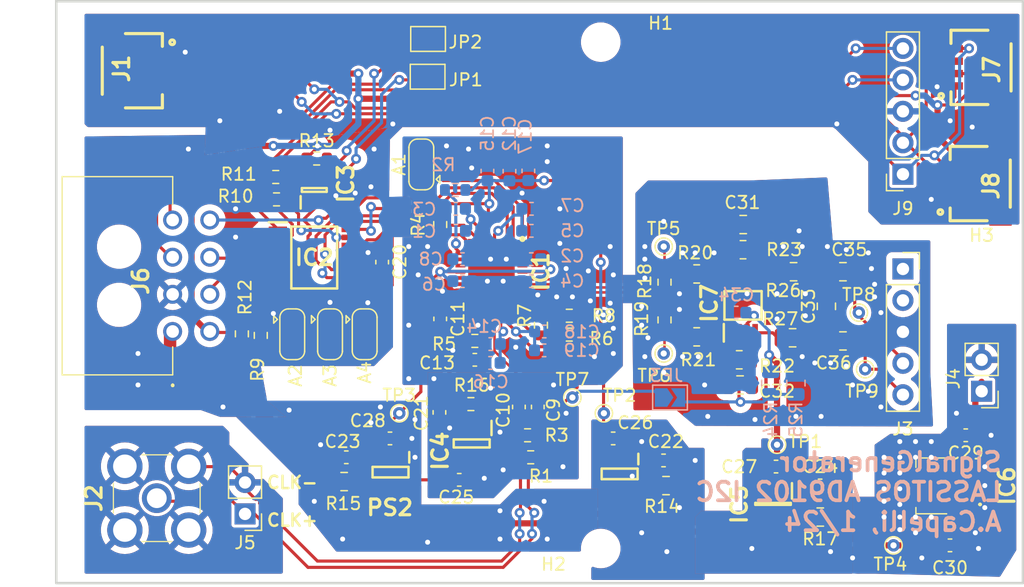
<source format=kicad_pcb>
(kicad_pcb (version 20221018) (generator pcbnew)
  (layers (0 "F.Cu" signal) (31 "B.Cu" signal) (34 "B.Paste" user) (35 "F.Paste" user) (36 "B.SilkS" user "B.Silkscreen") (37 "F.SilkS" user "F.Silkscreen") (38 "B.Mask" user) (39 "F.Mask" user) (44 "Edge.Cuts" user))
  (net 0 "")
  (net 1 "LDO1")
  (net 2 "LDO2")
  (net 3 "CLK+")
  (net 4 "CLK-")
  (net 5 "CLKP")
  (net 6 "Net-(PS2-VIN)")
  (net 7 "OUT1")
  (net 8 "OUT2")
  (net 9 "V_6V")
  (net 10 "MOSI")
  (net 11 "MISO")
  (net 12 "SCK")
  (net 13 "CS")
  (net 14 "DAC_trigger")
  (net 15 "SCL")
  (net 16 "SDA")
  (net 17 "EN_AMP")
  (net 18 "MUTE_AMP")
  (net 19 "~{RST}")
  (net 20 "IOUT+")
  (net 21 "IOUT-")
  (net 22 "5V")
  (net 23 "DVD_V3.3")
  (net 24 "AVDD_V3.3")
  (net 25 "Net-(PS1-VIN)")
  (net 26 "CLKN")
  (net 27 "REF")
  (net 28 "GND")
  (net 29 "Net-(IC1-CLDO)")
  (net 30 "Net-(A3-C)")
  (net 31 "Net-(C21-Pad1)")
  (net 32 "Net-(IC5-VIN)")
  (net 33 "Net-(IC7-+IN)")
  (net 34 "Net-(IC7--OUT)")
  (net 41 "Net-(IC1-CAL_SENSE)")
  (net 42 "Net-(IC1-FSADJ)")
  (net 45 "Net-(IC7--IN)")
  (net 46 "Net-(IC7-+OUT)")
  (net 47 "Net-(IC2-~{INT})")
  (net 48 "Net-(IC2-~{RESET})")
  (net 49 "Net-(IC2-~{SS2}{slash}GPIO2)")
  (net 50 "I2C_V3.3")
  (net 51 "DAC_trigger2")
  (net 53 "Net-(IC3-Y)")
  (net 54 "Net-(IC7-VOCM)")
  (net 57 "V_18V")
  (net 59 "Net-(A1-C)")
  (net 60 "Net-(A2-C)")
  (net 61 "Net-(A4-C)")
  (net 62 "Net-(C33-Pad1)")
  (net 63 "Net-(C33-Pad2)")
  (footprint "Capacitor_SMD:C_0805_2012Metric" (layer "F.Cu") (at 141.14425 102.362 -90)
    (fp_text reference "C33")
    (fp_text value "47nF")
  )
  (footprint "TestPoint:TestPoint_THTPad_D1.0mm_Drill0.5mm" (layer "F.Cu") (at 128.016 97.536)
    (fp_text reference "TP5")
    (fp_text value "TestPoint")
  )
  (footprint "Capacitor_SMD:C_0603_1608Metric" (layer "F.Cu") (at 140.637 116.827)
    (fp_text reference "C24")
    (fp_text value "10uF")
  )
  (footprint "Capacitor_SMD:C_0603_1608Metric" (layer "F.Cu") (at 102.405 114.554 180)
    (fp_text reference "C23")
    (fp_text value "10uF")
  )
  (footprint "Capacitor_SMD:C_0603_1608Metric" (layer "F.Cu") (at 105.931 113.03)
    (fp_text reference "C28")
    (fp_text value "10uF")
  )
  (footprint "Resistor_SMD:R_0805_2012Metric" (layer "F.Cu") (at 130.678 99.7465)
    (fp_text reference "R20")
    (fp_text value "10k")
  )
  (footprint "Resistor_SMD:R_0603_1608Metric" (layer "F.Cu") (at 96.774 93.726)
    (fp_text reference "R10")
    (fp_text value "6.8k")
  )
  (footprint "Capacitor_SMD:C_0603_1608Metric" (layer "F.Cu") (at 128.003 114.808)
    (fp_text reference "C22")
    (fp_text value "10uF")
  )
  (footprint "library_components:SOP65P490X110-8N" (layer "F.Cu") (at 134.417 102.288 90)
    (fp_text reference "IC7")
    (fp_text value "LTC6362" hide)
  )
  (footprint "Resistor_SMD:R_0805_2012Metric" (layer "F.Cu") (at 130.678 104.8265)
    (fp_text reference "R21")
    (fp_text value "10k")
  )
  (footprint "SamacSys_Parts:L78L06ACUTR" (layer "F.Cu") (at 149.591 116.864 90)
    (fp_text reference "IC6")
    (fp_text value "L78L06ACUTR" hide)
  )
  (footprint "Resistor_SMD:R_0603_1608Metric" (layer "F.Cu") (at 96.711 91.918)
    (fp_text reference "R11")
    (fp_text value "6.8k")
  )
  (footprint "Capacitor_SMD:C_0805_2012Metric" (layer "F.Cu") (at 140.65 119.38 180)
    (fp_text reference "R17")
    (fp_text value "50")
  )
  (footprint "library_components:SOT96P240X120-3N" (layer "F.Cu") (at 105.974 115.754 -90)
    (fp_text reference "PS2")
    (fp_text value "AP2120N-3.3TRG1" hide)
  )
  (footprint "Jumper:SolderJumper-2_P1.3mm_Open_TrianglePad1.0x1.5mm" (layer "F.Cu") (at 108.966 83.82)
    (fp_text reference "JP1")
    (fp_text value "SolderJumper_2_Open")
  )
  (footprint "Capacitor_SMD:C_0603_1608Metric" (layer "F.Cu") (at 111.519 116.375)
    (fp_text reference "C25")
    (fp_text value "2.2uF")
  )
  (footprint "Resistor_SMD:R_0603_1608Metric" (layer "F.Cu") (at 120.396 104.648 180)
    (fp_text reference "R6")
    (fp_text value "6.8k")
  )
  (footprint "Capacitor_SMD:C_0805_2012Metric" (layer "F.Cu") (at 142.48025 99.568 180)
    (fp_text reference "C35")
    (fp_text value "200nF")
  )
  (footprint "Resistor_SMD:R_0603_1608Metric" (layer "F.Cu") (at 118.11 103.886 -90)
    (fp_text reference "R7")
    (fp_text value "DNP")
  )
  (footprint "SamacSys_Parts:PCBSMAFRAHT" (layer "F.Cu") (at 87.112 117.856 90)
    (fp_text reference "J2")
    (fp_text value "PCB.SMAFRA.HT" hide)
  )
  (footprint "Resistor_SMD:R_0603_1608Metric" (layer "F.Cu") (at 100.013 90.424)
    (fp_text reference "R13")
    (fp_text value "6.8k")
  )
  (footprint "Capacitor_SMD:C_0805_2012Metric" (layer "F.Cu") (at 128.204 116.84 180)
    (fp_text reference "R14")
    (fp_text value "50")
  )
  (footprint "SamacSys_Parts:SOT65P210X110-5N" (layer "F.Cu") (at 99.822 92.964 90)
    (fp_text reference "IC3")
    (fp_text value "74LVC1G04SE-7" hide)
  )
  (footprint "Resistor_SMD:R_0603_1608Metric" (layer "F.Cu") (at 109.982 95.758 -90)
    (fp_text reference "R4")
    (fp_text value "6.8k")
  )
  (footprint "TestPoint:TestPoint_THTPad_D1.0mm_Drill0.5mm" (layer "F.Cu") (at 146.558 121.666)
    (fp_text reference "TP4")
    (fp_text value "TestPoint")
  )
  (footprint "Resistor_SMD:R_0603_1608Metric" (layer "F.Cu") (at 93.98 104.585 -90)
    (fp_text reference "R12")
    (fp_text value "6.8k")
  )
  (footprint "library_components:SOT95P280X145-6N" (layer "F.Cu") (at 112.522 113.436 -90)
    (fp_text reference "IC4")
    (fp_text value "MCP1502T-50E_CHY" hide)
  )
  (footprint "SamacSys_Parts:37946188" (layer "F.Cu") (at 88.392 104.394 -90)
    (fp_text reference "J6")
    (fp_text value "3-794618-8" hide)
  )
  (footprint "Resistor_SMD:R_0603_1608Metric" (layer "F.Cu") (at 128.082 100.41275 -90)
    (fp_text reference "R18")
    (fp_text value "1k")
  )
  (footprint "Jumper:SolderJumper-2_P1.3mm_Open_TrianglePad1.0x1.5mm" (layer "F.Cu") (at 109.003 80.772)
    (fp_text reference "JP2")
    (fp_text value "SolderJumper_2_Open")
  )
  (footprint "Jumper:SolderJumper-3_P1.3mm_Open_RoundedPad1.0x1.5mm" (layer "F.Cu") (at 98.044 104.618 -90)
    (fp_text reference "A2")
    (fp_text value "12")
  )
  (footprint "Resistor_SMD:R_0603_1608Metric" (layer "F.Cu") (at 112.459 110.259 180)
    (fp_text reference "R16")
    (fp_text value "10k")
  )
  (footprint "library_components:SOT95P237X112-3N" (layer "F.Cu") (at 136.84 118.317 -90)
    (fp_text reference "IC5")
    (fp_text value "MCP1700T-5002E_TT" hide)
  )
  (footprint "Connector_PinHeader_2.54mm:PinHeader_1x02_P2.54mm_Vertical" (layer "F.Cu") (at 94.234 119.126 180)
    (fp_text reference "J5")
    (fp_text value "Conn_01x02")
  )
  (footprint "SamacSys_Parts:SOP65P640X110-16N" (layer "F.Cu") (at 99.82 98.421)
    (fp_text reference "IC2")
    (fp_text value "SC18IS606PWJ" hide)
  )
  (footprint "TestPoint:TestPoint_THTPad_D1.0mm_Drill0.5mm" (layer "F.Cu") (at 144.272 107.442)
    (fp_text reference "TP9")
    (fp_text value "TestPoint")
  )
  (footprint "Capacitor_SMD:C_0603_1608Metric" (layer "F.Cu") (at 137.081 115.303)
    (fp_text reference "C27")
    (fp_text value "10uF")
  )
  (footprint "Capacitor_SMD:C_0603_1608Metric" (layer "F.Cu") (at 112.776 106.68)
    (fp_text reference "C13")
    (fp_text value "0.1uF" hide)
  )
  (footprint "Capacitor_SMD:C_0805_2012Metric" (layer "F.Cu") (at 142.48025 105.156)
    (fp_text reference "C36")
    (fp_text value "200nF")
  )
  (footprint "Capacitor_SMD:C_0805_2012Metric" (layer "F.Cu") (at 138.496 99.568 180)
    (fp_text reference "R26")
    (fp_text value "50")
  )
  (footprint "Resistor_SMD:R_0603_1608Metric" (layer "F.Cu") (at 117.031 112.776 180)
    (fp_text reference "R3")
    (fp_text value "100")
  )
  (footprint "library_components:SOT96P240X120-3N" (layer "F.Cu") (at 124.46 115.894 -90)
    (fp_text reference "PS1" hide)
    (fp_text value "AP2120N-3.3TRG1" hide)
  )
  (footprint "Resistor_SMD:R_0805_2012Metric" (layer "F.Cu") (at 134.112 106.68 180)
    (fp_text reference "R22")
    (fp_text value "20k")
  )
  (footprint "Capacitor_SMD:C_0603_1608Metric" (layer "F.Cu") (at 109.919 110.929 -90)
    (fp_text reference "C21")
    (fp_text value "10uF")
  )
  (footprint "Capacitor_SMD:C_0603_1608Metric" (layer "F.Cu") (at 109.982 103.378 -90)
    (fp_text reference "C11")
    (fp_text value "NC")
  )
  (footprint "Resistor_SMD:R_0805_2012Metric" (layer "F.Cu") (at 134.417 97.79 180)
    (fp_text reference "R23")
    (fp_text value "20k")
  )
  (footprint "Jumper:SolderJumper-3_P1.3mm_Open_RoundedPad1.0x1.5mm" (layer "F.Cu") (at 103.886 104.618 -90)
    (fp_text reference "A4")
    (fp_text value "12")
  )
  (footprint "Capacitor_SMD:C_0603_1608Metric" (layer "F.Cu") (at 105.298 98.793 -90)
    (fp_text reference "C20")
    (fp_text value "100pF")
  )
  (footprint "TestPoint:TestPoint_THTPad_D1.0mm_Drill0.5mm" (layer "F.Cu") (at 137.16 113.538)
    (fp_text reference "TP1")
    (fp_text value "TestPoint")
  )
  (footprint "MountingHole:MountingHole_2.7mm" (layer "F.Cu") (at 122.936 81.026)
    (fp_text reference "H1")
    (fp_text value "MountingHole")
  )
  (footprint "TestPoint:TestPoint_THTPad_D1.0mm_Drill0.5mm" (layer "F.Cu") (at 106.68 110.998)
    (fp_text reference "TP3")
    (fp_text value "TestPoint")
  )
  (footprint "Capacitor_SMD:C_0805_2012Metric" (layer "F.Cu") (at 134.178 108.712)
    (fp_text reference "C32")
    (fp_text value "0.3nF")
  )
  (footprint "Capacitor_SMD:C_0603_1608Metric" (layer "F.Cu") (at 151.117 121.666)
    (fp_text reference "C30")
    (fp_text value "10uF")
  )
  (footprint "Connector_PinSocket_2.54mm:PinSocket_1x05_P2.54mm_Vertical" (layer "F.Cu") (at 147.32 99.344)
    (fp_text reference "J3")
    (fp_text value "Conn_01x05")
  )
  (footprint "Capacitor_SMD:C_0603_1608Metric" (layer "F.Cu") (at 116.332 110.49 90)
    (fp_text reference "C10")
    (fp_text value "0.1uF")
  )
  (footprint "Resistor_SMD:R_0603_1608Metric" (layer "F.Cu") (at 128.082 103.46075 -90)
    (fp_text reference "R19")
    (fp_text value "1k")
  )
  (footprint "SamacSys_Parts:SM04B-SRSS-TB_LFSN_" (layer "F.Cu") (at 82.715 80.336 -90)
    (fp_text reference "J1")
    (fp_text value "SM04B-SRSS-TB_LFSN_" hide)
  )
  (footprint "Jumper:SolderJumper-3_P1.3mm_Open_RoundedPad1.0x1.5mm" (layer "F.Cu") (at 101.092 104.618 -90)
    (fp_text reference "A3")
    (fp_text value "12")
  )
  (footprint "Jumper:SolderJumper-3_P1.3mm_Open_RoundedPad1.0x1.5mm" (layer "F.Cu") (at 108.458 90.902 90)
    (fp_text reference "A1")
    (fp_text value "12")
  )
  (footprint "Resistor_SMD:R_0603_1608Metric" (layer "F.Cu") (at 112.776 105.156 180)
    (fp_text reference "R5")
    (fp_text value "39k")
  )
  (footprint "Resistor_SMD:R_0603_1608Metric" (layer "F.Cu") (at 95.504 104.711 90)
    (fp_text reference "R9")
    (fp_text value "DNP")
  )
  (footprint "Capacitor_SMD:C_0603_1608Metric" (layer "F.Cu") (at 123.939 113.03)
    (fp_text reference "C26")
    (fp_text value "10uF")
  )
  (footprint "SamacSys_Parts:SM04B-SRSS-TB_LFSN_" (layer "F.Cu") (at 155.98 95.45 90)
    (fp_text reference "J8")
    (fp_text value "SM04B-SRSS-TB_LFSN_" hide)
  )
  (footprint "MountingHole:MountingHole_2.7mm" (layer "F.Cu") (at 153.67 100.33)
    (fp_text reference "H3")
    (fp_text value "MountingHole" hide)
  )
  (footprint "Resistor_SMD:R_0603_1608Metric" (layer "F.Cu") (at 120.396 103.124 180)
    (fp_text reference "R8")
    (fp_text value "6.8k")
  )
  (footprint "Capacitor_SMD:C_0805_2012Metric" (layer "F.Cu") (at 102.23 116.516)
    (fp_text reference "R15")
    (fp_text value "50")
  )
  (footprint "library_components:QFN50P500X500X80-33N-D" (layer "F.Cu") (at 114.117 99.8205 -90)
    (fp_text reference "IC1")
    (fp_text value "AD9102BCPZ" hide)
  )
  (footprint "Capacitor_SMD:C_0805_2012Metric" (layer "F.Cu") (at 134.432 95.758)
    (fp_text reference "C31")
    (fp_text value "0.3nF")
  )
  (footprint "Capacitor_SMD:C_0805_2012Metric" (layer "F.Cu") (at 138.41625 104.902 180)
    (fp_text reference "R27")
    (fp_text value "50")
  )
  (footprint "MountingHole:MountingHole_2.7mm" (layer "F.Cu") (at 122.936 121.92)
    (fp_text reference "H2")
    (fp_text value "MountingHole")
  )
  (footprint "Connector_PinSocket_2.54mm:PinSocket_1x05_P2.54mm_Vertical" (layer "F.Cu") (at 147.32 91.694 180)
    (fp_text reference "J9")
    (fp_text value "Conn_01x05")
  )
  (footprint "Connector_PinHeader_2.54mm:PinHeader_1x02_P2.54mm_Vertical" (layer "F.Cu") (at 153.67 109.22 180)
    (fp_text reference "J4")
    (fp_text value "Conn_01x02")
  )
  (footprint "TestPoint:TestPoint_THTPad_D1.0mm_Drill0.5mm" (layer "F.Cu") (at 123.19 110.998)
    (fp_text reference "TP2")
    (fp_text value "TestPoint")
  )
  (footprint "SamacSys_Parts:SM04B-SRSS-TB_LFSN_" (layer "F.Cu") (at 156.045 86.066 90)
    (fp_text reference "J7")
    (fp_text value "SM04B-SRSS-TB_LFSN_" hide)
  )
  (footprint "TestPoint:TestPoint_THTPad_D1.0mm_Drill0.5mm" (layer "F.Cu") (at 120.65 109.728)
    (fp_text reference "TP7")
    (fp_text value "TestPoint")
  )
  (footprint "Resistor_SMD:R_0603_1608Metric" (layer "F.Cu") (at 117.285 114.554)
    (fp_text reference "R1")
    (fp_text value "DNP")
  )
  (footprint "TestPoint:TestPoint_THTPad_D1.0mm_Drill0.5mm" (layer "F.Cu") (at 143.764 102.87)
    (fp_text reference "TP8")
    (fp_text value "TestPoint")
  )
  (footprint "TestPoint:TestPoint_THTPad_D1.0mm_Drill0.5mm" (layer "F.Cu") (at 128.016 106.172)
    (fp_text reference "TP6")
    (fp_text value "TestPoint")
  )
  (footprint "Capacitor_SMD:C_0603_1608Metric" (layer "F.Cu") (at 117.856 110.49 -90)
    (fp_text reference "C9")
    (fp_text value "0.1uF")
  )
  (footprint "Capacitor_SMD:C_0603_1608Metric" (layer "F.Cu") (at 152.387 112.776 180)
    (fp_text reference "C29")
    (fp_text value "10uF")
  )
  (footprint "Capacitor_SMD:C_0603_1608Metric" (layer "B.Cu") (at 133.871 102.87 180)
    (fp_text reference "C34")
    (fp_text value "0.1uF")
  )
  (footprint "Capacitor_SMD:C_0603_1608Metric" (layer "B.Cu") (at 117.335 98.552 180)
    (fp_text reference "C2")
    (fp_text value "0.1uF")
  )
  (footprint "Capacitor_SMD:C_0603_1608Metric" (layer "B.Cu") (at 117.335 100.33 180)
    (fp_text reference "C4")
    (fp_text value "100pF")
  )
  (footprint "Capacitor_SMD:C_0603_1608Metric" (layer "B.Cu") (at 111.773 98.552)
    (fp_text reference "C8")
    (fp_text value "100pF")
  )
  (footprint "Capacitor_SMD:C_0603_1608Metric" (layer "B.Cu") (at 113.792 91.44 90)
    (fp_text reference "C15")
    (fp_text value "100pF")
  )
  (footprint "Resistor_SMD:R_0805_2012Metric" (layer "B.Cu") (at 138.684 108.5615 -90)
    (fp_text reference "R24")
    (fp_text value "100k")
  )
  (footprint "Resistor_SMD:R_0805_2012Metric" (layer "B.Cu") (at 136.652 108.5615 90)
    (fp_text reference "R25")
    (fp_text value "100k")
  )
  (footprint "Capacitor_SMD:C_0603_1608Metric" (layer "B.Cu") (at 118.377 104.394)
    (fp_text reference "C18")
    (fp_text value "0.1uF")
  )
  (footprint "Capacitor_SMD:C_0603_1608Metric" (layer "B.Cu") (at 111.773 100.33)
    (fp_text reference "C6")
    (fp_text value "0.1uF")
  )
  (footprint "Resistor_SMD:R_0603_1608Metric" (layer "B.Cu") (at 111.189 92.964 180)
    (fp_text reference "R2")
    (fp_text value "6.8k")
  )
  (footprint "Capacitor_SMD:C_0603_1608Metric" (layer "B.Cu") (at 117.094 91.427 90)
    (fp_text reference "C17")
    (fp_text value "4.7uF")
  )
  (footprint "Capacitor_SMD:C_0603_1608Metric" (layer "B.Cu") (at 117.348 94.488)
    (fp_text reference "C7")
    (fp_text value "100pF")
  )
  (footprint "Capacitor_SMD:C_0603_1608Metric" (layer "B.Cu") (at 118.364 105.918)
    (fp_text reference "C19")
    (fp_text value "100pF")
  )
  (footprint "Capacitor_SMD:C_0603_1608Metric" (layer "B.Cu") (at 114.046 106.934 180)
    (fp_text reference "C16")
    (fp_text value "100pF")
  )
  (footprint "Capacitor_SMD:C_0603_1608Metric" (layer "B.Cu") (at 111.252 96.266 180)
    (fp_text reference "C1")
    (fp_text value "0.1uF")
  )
  (footprint "Jumper:SolderJumper-2_P1.3mm_Open_TrianglePad1.0x1.5mm" (layer "B.Cu") (at 128.524 109.728)
    (fp_text reference "JP3")
    (fp_text value "SolderJumper_2_Open")
  )
  (footprint "Capacitor_SMD:C_0603_1608Metric" (layer "B.Cu") (at 117.335 96.266)
    (fp_text reference "C5")
    (fp_text value "0.1uF")
  )
  (footprint "Capacitor_SMD:C_0603_1608Metric" (layer "B.Cu") (at 111.239 94.488 180)
    (fp_text reference "C3")
    (fp_text value "100pF")
  )
  (footprint "Capacitor_SMD:C_0603_1608Metric" (layer "B.Cu") (at 115.57 91.453 90)
    (fp_text reference "C12")
    (fp_text value "0.1uF")
  )
  (footprint "Capacitor_SMD:C_0603_1608Metric" (layer "B.Cu") (at 114.059 105.41 180)
    (fp_text reference "C14")
    (fp_text value "0.1uF")
  )
  (gr_rect locked (start 79 77.724) (end 157 124.714) (stroke (width 0.2)) (fill none) (layer "Edge.Cuts"))
  (gr_text "SignalGenerator \nLASSITOS AD9102 I2C \nA.Capelli, 1/24\n" (at 155.448 117.348) (layer "B.SilkS") (effects (font (size 1.5 1.5) (thickness 0.3)) (justify left mirror)))
  (gr_text "CLK-" (at 98.044 116.586) (layer "F.SilkS") (effects (font (size 1 1) (thickness 0.2))))
  (gr_text "CLK+" (at 98.044 119.634) (layer "F.SilkS") (effects (font (size 1 1) (thickness 0.2))))
  (segment (start 113.367 96.267194) (end 113.367 97.3205) (width 0.25) (layer "F.Cu") (net 1))
  (segment (start 112.435903 95.336097) (end 113.367 96.267194) (width 0.25) (layer "F.Cu") (net 1))
  (via (at 112.435903 95.336097) (size 0.8) (drill 0.4) (layers "F.Cu" "B.Cu") (net 1))
  (segment (start 112.435903 96.098097) (end 112.014 96.52) (width 0.25) (layer "B.Cu") (net 1))
  (segment (start 112.435903 95.163903) (end 112.014 94.742) (width 0.25) (layer "B.Cu") (net 1))
  (segment (start 112.435903 95.336097) (end 112.435903 95.163903) (width 0.25) (layer "B.Cu") (net 1))
  (segment (start 112.435903 95.336097) (end 112.435903 96.098097) (width 0.25) (layer "B.Cu") (net 1))
  (segment (start 114.367 96.563511) (end 114.367 97.3205) (width 0.25) (layer "F.Cu") (net 2))
  (segment (start 114.664511 96.266) (end 114.367 96.563511) (width 0.25) (layer "F.Cu") (net 2))
  (via (at 114.664511 96.266) (size 0.8) (drill 0.4) (layers "F.Cu" "B.Cu") (net 2))
  (segment (start 116.573 96.507) (end 116.56 96.52) (width 0.25) (layer "B.Cu") (net 2))
  (segment (start 114.664511 96.266) (end 115.934511 94.996) (width 0.25) (layer "B.Cu") (net 2))
  (segment (start 115.934511 94.996) (end 116.573 94.996) (width 0.25) (layer "B.Cu") (net 2))
  (segment (start 116.573 94.996) (end 116.573 96.507) (width 0.25) (layer "B.Cu") (net 2))
  (segment (start 94.234 119.126) (end 93.213 118.105) (width 0.25) (layer "F.Cu") (net 3))
  (segment (start 117.348 115.062) (end 117.348 113.284) (width 0.25) (layer "F.Cu") (net 3))
  (segment (start 99.314 123.444) (end 94.996 119.126) (width 0.25) (layer "F.Cu") (net 3))
  (segment (start 117.094 115.316) (end 117.348 115.062) (width 0.25) (layer "F.Cu") (net 3))
  (segment (start 117.348 113.284) (end 117.856 112.776) (width 0.25) (layer "F.Cu") (net 3))
  (segment (start 94.996 119.126) (end 94.234 119.126) (width 0.25) (layer "F.Cu") (net 3))
  (segment (start 117.572048 119.038479) (end 117.094 118.560431) (width 0.25) (layer "F.Cu") (net 3))
  (segment (start 87.56 118.105) (end 87.341 117.886) (width 0.25) (layer "F.Cu") (net 3))
  (segment (start 115.062 123.444) (end 99.314 123.444) (width 0.25) (layer "F.Cu") (net 3))
  (segment (start 117.094 118.560431) (end 117.094 115.316) (width 0.25) (layer "F.Cu") (net 3))
  (segment (start 117.393387 121.112613) (end 115.062 123.444) (width 0.25) (layer "F.Cu") (net 3))
  (segment (start 117.393387 120.738) (end 117.393387 121.112613) (width 0.25) (layer "F.Cu") (net 3))
  (segment (start 93.213 118.105) (end 87.56 118.105) (width 0.25) (layer "F.Cu") (net 3))
  (segment (start 117.856 112.776) (end 117.856 111.265) (width 0.25) (layer "F.Cu") (net 3))
  (via (at 117.572048 119.038479) (size 0.8) (drill 0.4) (layers "F.Cu" "B.Cu") (net 3))
  (via (at 117.393387 120.738) (size 0.8) (drill 0.4) (layers "F.Cu" "B.Cu") (net 3))
  (segment (start 117.393387 120.738) (end 117.393387 119.089918) (width 0.25) (layer "B.Cu") (net 3))
  (segment (start 117.444826 119.038479) (end 117.572048 119.038479) (width 0.25) (layer "B.Cu") (net 3))
  (segment (start 117.393387 119.089918) (end 117.444826 119.038479) (width 0.25) (layer "B.Cu") (net 3))
  (segment (start 116.393384 121.47622) (end 114.933604 122.936) (width 0.25) (layer "F.Cu") (net 4))
  (segment (start 100.076 122.936) (end 95.409 118.269) (width 0.25) (layer "F.Cu") (net 4))
  (segment (start 95.409 118.269) (end 95.409 117.951) (width 0.25) (layer "F.Cu") (net 4))
  (segment (start 116.46 112.967) (end 116.46 116.471) (width 0.25) (layer "F.Cu") (net 4))
  (segment (start 116.332 112.713) (end 116.269 112.776) (width 0.25) (layer "F.Cu") (net 4))
  (segment (start 116.269 112.776) (end 116.46 112.967) (width 0.25) (layer "F.Cu") (net 4))
  (segment (start 116.332 111.265) (end 116.332 112.713) (width 0.25) (layer "F.Cu") (net 4))
  (segment (start 94.234 117.094) (end 94.234 116.586) (width 0.25) (layer "F.Cu") (net 4))
  (segment (start 116.46 118.971384) (end 116.46 116.332) (width 0.25) (layer "F.Cu") (net 4))
  (segment (start 114.933604 122.936) (end 100.076 122.936) (width 0.25) (layer "F.Cu") (net 4))
  (segment (start 94.234 116.586) (end 92.959 115.311) (width 0.25) (layer "F.Cu") (net 4))
  (segment (start 116.393384 119.038) (end 116.46 118.971384) (width 0.25) (layer "F.Cu") (net 4))
  (segment (start 116.393384 120.738) (end 116.393384 121.47622) (width 0.25) (layer "F.Cu") (net 4))
  (segment (start 95.091 117.951) (end 94.234 117.094) (width 0.25) (layer "F.Cu") (net 4))
  (segment (start 95.409 117.951) (end 95.091 117.951) (width 0.25) (layer "F.Cu") (net 4))
  (segment (start 92.959 115.311) (end 89.916 115.311) (width 0.25) (layer "F.Cu") (net 4))
  (via (at 116.393384 119.038) (size 0.8) (drill 0.4) (layers "F.Cu" "B.Cu") (net 4))
  (via (at 116.393384 120.738) (size 0.8) (drill 0.4) (layers "F.Cu" "B.Cu") (net 4))
  (segment (start 116.393384 119.038) (end 116.393384 120.738) (width 0.25) (layer "B.Cu") (net 4))
  (segment (start 114.367 102.3205) (end 114.367 105.985) (width 0.2) (layer "F.Cu") (net 5))
  (segment (start 118.11 109.728) (end 118.11 109.995) (width 0.2) (layer "F.Cu") (net 5))
  (segment (start 114.367 105.985) (end 118.11 109.728) (width 0.2) (layer "F.Cu") (net 5))
  (segment (start 105.536 116.516) (end 105.974 116.954) (width 0.25) (layer "F.Cu") (net 6))
  (segment (start 103.18 114.554) (end 103.18 116.516) (width 0.25) (layer "F.Cu") (net 6))
  (segment (start 103.18 116.516) (end 105.536 116.516) (width 0.25) (layer "F.Cu") (net 6))
  (segment (start 143.764 103.124) (end 147.32 106.68) (width 0.25) (layer "F.Cu") (net 7))
  (segment (start 147.32 106.68) (end 147.32 106.964) (width 0.25) (layer "F.Cu") (net 7))
  (segment (start 143.43025 102.53625) (end 143.764 102.87) (width 0.25) (layer "F.Cu") (net 7))
  (segment (start 143.764 102.87) (end 143.764 103.124) (width 0.25) (layer "F.Cu") (net 7))
  (segment (start 146.782 106.426) (end 147.32 106.964) (width 0.25) (layer "F.Cu") (net 7))
  (segment (start 143.43025 99.568) (end 143.43025 102.53625) (width 0.25) (layer "F.Cu") (net 7))
  (segment (start 144.272 107.442) (end 145.288 107.442) (width 0.25) (layer "F.Cu") (net 8))
  (segment (start 143.764 105.156) (end 144.272 105.664) (width 0.25) (layer "F.Cu") (net 8))
  (segment (start 147.32 109.474) (end 147.32 109.504) (width 0.25) (layer "F.Cu") (net 8))
  (segment (start 143.43025 105.156) (end 143.764 105.156) (width 0.25) (layer "F.Cu") (net 8))
  (segment (start 144.272 105.664) (end 144.272 107.442) (width 0.25) (layer "F.Cu") (net 8))
  (segment (start 145.288 107.442) (end 147.32 109.474) (width 0.25) (layer "F.Cu") (net 8))
  (segment (start 101.022 116.516) (end 93.012 108.506) (width 1) (layer "F.Cu") (net 9))
  (segment (start 128.429 120.555) (end 140.425 120.555) (width 0.5) (layer "F.Cu") (net 9))
  (segment (start 101.28 118.552) (end 102.616 119.888) (width 0.5) (layer "F.Cu") (net 9))
  (segment (start 118.11 119.888) (end 118.872 119.126) (width 0.5) (layer "F.Cu") (net 9))
  (segment (start 151.907 119.873) (end 151.907 118.34) (width 0.5) (layer "F.Cu") (net 9))
  (segment (start 150.114 121.666) (end 151.907 119.873) (width 0.5) (layer "F.Cu") (net 9))
  (segment (start 141.6 119.38) (end 143.886 121.666) (width 0.5) (layer "F.Cu") (net 9))
  (segment (start 102.616 119.888) (end 118.11 119.888) (width 0.5) (layer "F.Cu") (net 9))
  (segment (start 143.886 121.666) (end 150.114 121.666) (width 0.5) (layer "F.Cu") (net 9))
  (segment (start 141.6 119.38) (end 141.6 119.55543) (width 1) (layer "F.Cu") (net 9))
  (segment (start 140.425 120.555) (end 141.6 119.38) (width 0.5) (layer "F.Cu") (net 9))
  (segment (start 127 119.126) (end 128.429 120.555) (width 0.5) (layer "F.Cu") (net 9))
  (segment (start 101.28 116.516) (end 101.022 116.516) (width 1) (layer "F.Cu") (net 9))
  (segment (start 118.872 119.126) (end 127 119.126) (width 0.5) (layer "F.Cu") (net 9))
  (segment (start 141.6 119.38) (end 141.613 119.367) (width 1) (layer "F.Cu") (net 9))
  (segment (start 93.012 108.506) (end 88.186 108.506) (width 1) (layer "F.Cu") (net 9))
  (segment (start 127 119.126) (end 127 118.994) (width 0.5) (layer "F.Cu") (net 9))
  (segment (start 88.186 108.476) (end 88.186 104.364) (width 1) (layer "F.Cu") (net 9))
  (segment (start 101.28 116.516) (end 101.28 118.552) (width 0.5) (layer "F.Cu") (net 9))
  (segment (start 127 118.994) (end 129.154 116.84) (width 0.5) (layer "F.Cu") (net 9))
  (segment (start 110.973805 93.242195) (end 114.139903 93.242195) (width 0.25) (layer "F.Cu") (net 10))
  (segment (start 114.139903 93.242195) (end 115.389511 94.491803) (width 0.25) (layer "F.Cu") (net 10))
  (segment (start 115.389511 97.297989) (end 115.367 97.3205) (width 0.25) (layer "F.Cu") (net 10))
  (segment (start 100.689 96.6025) (end 101.7875 95.504) (width 0.25) (layer "F.Cu") (net 10))
  (segment (start 100.838 100.046) (end 102.758 100.046) (width 0.25) (layer "F.Cu") (net 10))
  (segment (start 105.651406 95.504) (end 105.789406 95.366) (width 0.25) (layer "F.Cu") (net 10))
  (segment (start 100.689 98.156) (end 100.689 96.6025) (width 0.25) (layer "F.Cu") (net 10))
  (segment (start 110.008 94.208) (end 110.973805 93.242195) (width 0.25) (layer "F.Cu") (net 10))
  (segment (start 105.789406 95.366) (end 107.316695 95.366) (width 0.25) (layer "F.Cu") (net 10))
  (segment (start 107.316695 95.366) (end 108.474695 94.208) (width 0.25) (layer "F.Cu") (net 10))
  (segment (start 100.472 99.68) (end 100.838 100.046) (width 0.25) (layer "F.Cu") (net 10))
  (segment (start 108.474695 94.208) (end 110.008 94.208) (width 0.25) (layer "F.Cu") (net 10))
  (segment (start 115.389511 94.491803) (end 115.389511 97.297989) (width 0.25) (layer "F.Cu") (net 10))
  (segment (start 101.7875 95.504) (end 105.651406 95.504) (width 0.25) (layer "F.Cu") (net 10))
  (via (at 100.689 98.156) (size 0.8) (drill 0.4) (layers "F.Cu" "B.Cu") (net 10))
  (via (at 100.472 99.68) (size 0.8) (drill 0.4) (layers "F.Cu" "B.Cu") (net 10))
  (segment (start 100.689 99.463) (end 100.472 99.68) (width 0.25) (layer "B.Cu") (net 10))
  (segment (start 100.689 98.156) (end 100.689 99.463) (width 0.25) (layer "B.Cu") (net 10))
  (segment (start 104.093695 96.991) (end 103.638695 97.446) (width 0.25) (layer "F.Cu") (net 11))
  (segment (start 103.638695 97.446) (end 102.758 97.446) (width 0.25) (layer "F.Cu") (net 11))
  (segment (start 104.800802 96.991) (end 104.093695 96.991) (width 0.25) (layer "F.Cu") (net 11))
  (segment (start 112.867 96.7925) (end 111.8905 95.816) (width 0.25) (layer "F.Cu") (net 11))
  (segment (start 111.8905 95.816) (end 105.975802 95.816) (width 0.25) (layer "F.Cu") (net 11))
  (segment (start 112.867 97.3205) (end 112.867 96.7925) (width 0.25) (layer "F.Cu") (net 11))
  (segment (start 105.975802 95.816) (end 104.800802 96.991) (width 0.25) (layer "F.Cu") (net 11))
  (segment (start 101.197 99.389) (end 101.197 99.379695) (width 0.25) (layer "F.Cu") (net 12))
  (segment (start 100.772305 98.955) (end 100.255 98.955) (width 0.25) (layer "F.Cu") (net 12))
  (segment (start 109.696 93.758) (end 110.661805 92.792195) (width 0.25) (layer "F.Cu") (net 12))
  (segment (start 99.964 98.664) (end 99.964 96.691104) (width 0.25) (layer "F.Cu") (net 12))
  (segment (start 101.204 99.396) (end 101.197 99.389) (width 0.25) (layer "F.Cu") (net 12))
  (segment (start 108.288299 93.758) (end 109.696 93.758) (width 0.25) (layer "F.Cu") (net 12))
  (segment (start 101.197 99.379695) (end 100.772305 98.955) (width 0.25) (layer "F.Cu") (net 12))
  (segment (start 107.130299 94.916) (end 108.288299 93.758) (width 0.25) (layer "F.Cu") (net 12))
  (segment (start 105.46501 95.054) (end 105.60301 94.916) (width 0.25) (layer "F.Cu") (net 12))
  (segment (start 102.758 99.396) (end 101.204 99.396) (width 0.25) (layer "F.Cu") (net 12))
  (segment (start 110.661805 92.792195) (end 114.326299 92.792195) (width 0.25) (layer "F.Cu") (net 12))
  (segment (start 105.60301 94.916) (end 107.130299 94.916) (width 0.25) (layer "F.Cu") (net 12))
  (segment (start 114.326299 92.792195) (end 115.867 94.332896) (width 0.25) (layer "F.Cu") (net 12))
  (segment (start 99.964 96.691104) (end 101.601104 95.054) (width 0.25) (layer "F.Cu") (net 12))
  (segment (start 115.867 94.332896) (end 115.867 97.3205) (width 0.25) (layer "F.Cu") (net 12))
  (segment (start 101.601104 95.054) (end 105.46501 95.054) (width 0.25) (layer "F.Cu") (net 12))
  (segment (start 100.255 98.955) (end 99.964 98.664) (width 0.25) (layer "F.Cu") (net 12))
  (segment (start 109.665 96.266) (end 109.982 96.583) (width 0.25) (layer "F.Cu") (net 13))
  (segment (start 106.107554 100.648446) (end 106.107554 96.709554) (width 0.25) (layer "F.Cu") (net 13))
  (segment (start 109.984 96.581) (end 109.982 96.583) (width 0.25) (layer "F.Cu") (net 13))
  (segment (start 111.6275 96.581) (end 109.984 96.581) (width 0.25) (layer "F.Cu") (net 13))
  (segment (start 102.758 100.696) (end 103.408 101.346) (width 0.25) (layer "F.Cu") (net 13))
  (segment (start 106.107554 96.709554) (end 106.551108 96.266) (width 0.25) (layer "F.Cu") (net 13))
  (segment (start 112.367 97.3205) (end 111.6275 96.581) (width 0.25) (layer "F.Cu") (net 13))
  (segment (start 103.408 101.346) (end 105.41 101.346) (width 0.25) (layer "F.Cu") (net 13))
  (segment (start 105.41 101.346) (end 106.107554 100.648446) (width 0.25) (layer "F.Cu") (net 13))
  (segment (start 106.551108 96.266) (end 109.665 96.266) (width 0.25) (layer "F.Cu") (net 13))
  (segment (start 105.664 93.98) (end 106.68 93.98) (width 0.25) (layer "F.Cu") (net 14))
  (segment (start 101.414708 94.604) (end 103.008 94.604) (width 0.25) (layer "F.Cu") (net 14))
  (segment (start 103.008 94.604) (end 104.0075 93.6045) (width 0.25) (layer "F.Cu") (net 14))
  (segment (start 105.2885 93.6045) (end 105.664 93.98) (width 0.25) (layer "F.Cu") (net 14))
  (segment (start 108.04838 89.602) (end 108.458 89.602) (width 0.25) (layer "F.Cu") (net 14))
  (segment (start 107.188 93.472) (end 107.188 90.46238) (width 0.25) (layer "F.Cu") (net 14))
  (segment (start 106.68 93.98) (end 107.188 93.472) (width 0.25) (layer "F.Cu") (net 14))
  (segment (start 104.0075 93.6045) (end 105.2885 93.6045) (width 0.25) (layer "F.Cu") (net 14))
  (segment (start 100.768708 95.25) (end 101.414708 94.604) (width 0.25) (layer "F.Cu") (net 14))
  (segment (start 107.188 90.46238) (end 108.04838 89.602) (width 0.25) (layer "F.Cu") (net 14))
  (segment (start 100.16425 95.406999) (end 100.321249 95.25) (width 0.25) (layer "F.Cu") (net 14))
  (segment (start 100.321249 95.25) (end 100.768708 95.25) (width 0.25) (layer "F.Cu") (net 14))
  (via (at 100.16425 95.406999) (size 0.8) (drill 0.4) (layers "F.Cu" "B.Cu") (net 14))
  (segment (start 100.151251 95.394) (end 91.186 95.394) (width 0.25) (layer "B.Cu") (net 14))
  (segment (start 100.16425 95.406999) (end 100.151251 95.394) (width 0.25) (layer "B.Cu") (net 14))
  (segment (start 152.654 81.534) (end 151.416 81.534) (width 0.25) (layer "F.Cu") (net 15))
  (segment (start 149.86 90.17) (end 150.64 90.95) (width 0.25) (layer "F.Cu") (net 15))
  (segment (start 96.266 93.633) (end 96.266 93.95) (width 0.25) (layer "F.Cu") (net 15))
  (segment (start 151.416 81.534) (end 151.384 81.566) (width 0.25) (layer "F.Cu") (net 15))
  (segment (start 98.044 96.6215) (end 97.8695 96.796) (width 0.25) (layer "F.Cu") (net 15))
  (segment (start 95.61 96.796) (end 90.932 101.474) (width 0.25) (layer "F.Cu") (net 15))
  (segment (start 98.044 95.728) (end 98.044 96.6215) (width 0.25) (layer "F.Cu") (net 15))
  (segment (start 96.811 93.088) (end 96.266 93.633) (width 0.25) (layer "F.Cu") (net 15))
  (segment (start 101.420996 86.81) (end 100.852604 86.81) (width 0.25) (layer "F.Cu") (net 15))
  (segment (start 96.266 93.95) (end 98.044 95.728) (width 0.25) (layer "F.Cu") (net 15))
  (segment (start 150.64 90.95) (end 151.319 90.95) (width 0.25) (layer "F.Cu") (net 15))
  (segment (start 97.79 84.836) (end 87.376 84.836) (width 0.25) (layer "F.Cu") (net 15))
  (segment (start 96.882 96.796) (end 95.61 96.796) (width 0.25) (layer "F.Cu") (net 15))
  (segment (start 98.806 85.852) (end 97.79 84.836) (width 0.25) (layer "F.Cu") (net 15))
  (segment (start 100.852604 86.81) (end 96.811 90.851604) (width 0.25) (layer "F.Cu") (net 15))
  (segment (start 96.811 90.851604) (end 96.811 93.088) (width 0.25) (layer "F.Cu") (net 15))
  (segment (start 147.32 91.694) (end 142.436 86.81) (width 0.25) (layer "F.Cu") (net 15))
  (segment (start 101.6 86.816324) (end 101.597719 86.818605) (width 0.25) (layer "F.Cu") (net 15))
  (segment (start 101.6 86.81) (end 101.420996 86.81) (width 0.25) (layer "F.Cu") (net 15))
  (segment (start 101.6 86.81) (end 101.6 86.816324) (width 0.25) (layer "F.Cu") (net 15))
  (segment (start 142.436 86.81) (end 101.6 86.81) (width 0.25) (layer "F.Cu") (net 15))
  (segment (start 101.854 86.81) (end 101.420996 86.81) (width 0.25) (layer "F.Cu") (net 15))
  (segment (start 97.8695 96.796) (end 96.882 96.796) (width 0.25) (layer "F.Cu") (net 15))
  (via (at 98.806 85.852) (size 0.8) (drill 0.4) (layers "F.Cu" "B.Cu") (net 15))
  (via (at 101.597719 86.818605) (size 0.8) (drill 0.4) (layers "F.Cu" "B.Cu") (net 15))
  (via (at 152.654 81.534) (size 0.8) (drill 0.4) (layers "F.Cu" "B.Cu") (net 15))
  (via (at 149.86 90.17) (size 0.8) (drill 0.4) (layers "F.Cu" "B.Cu") (net 15))
  (segment (start 151.892 88.392) (end 151.892 82.296) (width 0.25) (layer "B.Cu") (net 15))
  (segment (start 149.86 90.17) (end 150.114 90.17) (width 0.25) (layer "B.Cu") (net 15))
  (segment (start 101.597719 86.818605) (end 99.772605 86.818605) (width 0.25) (layer "B.Cu") (net 15))
  (segment (start 150.114 90.17) (end 151.892 88.392) (width 0.25) (layer "B.Cu") (net 15))
  (segment (start 147.32 91.694) (end 148.844 90.17) (width 0.25) (layer "B.Cu") (net 15))
  (segment (start 148.844 90.17) (end 149.86 90.17) (width 0.25) (layer "B.Cu") (net 15))
  (segment (start 99.772605 86.818605) (end 98.806 85.852) (width 0.25) (layer "B.Cu") (net 15))
  (segment (start 151.892 82.296) (end 152.654 81.534) (width 0.25) (layer "B.Cu") (net 15))
  (segment (start 147.32 89.154) (end 147.574 89.154) (width 0.25) (layer "F.Cu") (net 16))
  (segment (start 93.295604 98.474) (end 90.932 98.474) (width 0.25) (layer "F.Cu") (net 16))
  (segment (start 149.352 84.328) (end 149.197653 84.482347) (width 0.25) (layer "F.Cu") (net 16))
  (segment (start 103.114695 86.36) (end 145.034 86.36) (width 0.25) (layer "F.Cu") (net 16))
  (segment (start 95.224 94.488) (end 95.224 92.58) (width 0.25) (layer "F.Cu") (net 16))
  (segment (start 95.623604 96.146) (end 93.295604 98.474) (width 0.25) (layer "F.Cu") (net 16))
  (segment (start 96.882 96.146) (end 95.623604 96.146) (width 0.25) (layer "F.Cu") (net 16))
  (segment (start 145.034 86.36) (end 147.32 88.646) (width 0.25) (layer "F.Cu") (net 16))
  (segment (start 101.174208 85.852) (end 101.854 85.852) (width 0.25) (layer "F.Cu") (net 16))
  (segment (start 102.653 85.898305) (end 103.114695 86.36) (width 0.25) (layer "F.Cu") (net 16))
  (segment (start 102.616 85.852) (end 102.653 85.889) (width 0.25) (layer "F.Cu") (net 16))
  (segment (start 151.384 82.328) (end 150.659 82.328) (width 0.25) (layer "F.Cu") (net 16))
  (segment (start 147.32 88.646) (end 147.32 89.154) (width 0.25) (layer "F.Cu") (net 16))
  (segment (start 150.37 91.95) (end 151.077 91.95) (width 0.25) (layer "F.Cu") (net 16))
  (segment (start 149.197653 84.482347) (end 149.197653 87.276347) (width 0.25) (layer "F.Cu") (net 16))
  (segment (start 98.822 83.836) (end 99.822 84.836) (width 0.25) (layer "F.Cu") (net 16))
  (segment (start 96.266 91.568) (end 96.266 90.760208) (width 0.25) (layer "F.Cu") (net 16))
  (segment (start 96.882 96.146) (end 95.224 94.488) (width 0.25) (layer "F.Cu") (net 16))
  (segment (start 147.574 89.154) (end 150.37 91.95) (width 0.25) (layer "F.Cu") (net 16))
  (segment (start 95.886 91.918) (end 96.266 91.538) (width 0.25) (layer "F.Cu") (net 16))
  (segment (start 87.376 83.836) (end 98.822 83.836) (width 0.25) (layer "F.Cu") (net 16))
  (segment (start 102.653 85.889) (end 102.653 85.898305) (width 0.25) (layer "F.Cu") (net 16))
  (segment (start 95.224 92.58) (end 95.886 91.918) (width 0.25) (layer "F.Cu") (net 16))
  (segment (start 101.854 85.852) (end 102.616 85.852) (width 0.25) (layer "F.Cu") (net 16))
  (segment (start 150.659 82.328) (end 149.352 83.635) (width 0.25) (layer "F.Cu") (net 16))
  (segment (start 149.197653 87.276347) (end 147.32 89.154) (width 0.25) (layer "F.Cu") (net 16))
  (segment (start 149.352 83.635) (end 149.352 84.328) (width 0.25) (layer "F.Cu") (net 16))
  (segment (start 96.266 90.760208) (end 101.174208 85.852) (width 0.25) (layer "F.Cu") (net 16))
  (via (at 101.854 85.852) (size 0.8) (drill 0.4) (layers "F.Cu" "B.Cu") (net 16))
  (via (at 99.822 84.836) (size 0.8) (drill 0.4) (layers "F.Cu" "B.Cu") (net 16))
  (segment (start 100.838 84.836) (end 101.854 85.852) (width 0.25) (layer "B.Cu") (net 16))
  (segment (start 99.822 84.836) (end 100.838 84.836) (width 0.25) (layer "B.Cu") (net 16))
  (segment (start 147.32 88.646) (end 147.32 89.154) (width 0.25) (layer "B.Cu") (net 16))
  (segment (start 111.185 85.023) (end 109.728 83.566) (width 0.25) (layer "F.Cu") (net 17))
  (segment (start 93.218 88.646) (end 88.186 93.678) (width 0.25) (layer "F.Cu") (net 17))
  (segment (start 101.516812 84.873) (end 97.743812 88.646) (width 0.25) (layer "F.Cu") (net 17))
  (segment (start 97.743812 88.646) (end 93.218 88.646) (width 0.25) (layer "F.Cu") (net 17))
  (segment (start 109.691 84.07962) (end 108.87562 84.895) (width 0.25) (layer "F.Cu") (net 17))
  (segment (start 143.256 84.074) (end 142.307 85.023) (width 0.25) (layer "F.Cu") (net 17))
  (segment (start 108.87562 84.895) (end 105.469001 84.895) (width 0.25) (layer "F.Cu") (net 17))
  (segment (start 142.307 85.023) (end 111.185 85.023) (width 0.25) (layer "F.Cu") (net 17))
  (segment (start 109.691 84.074) (end 109.691 83.56038) (width 0.25) (layer "F.Cu") (net 17))
  (segment (start 105.447001 84.873) (end 101.516812 84.873) (width 0.25) (layer "F.Cu") (net 17))
  (segment (start 105.469001 84.895) (end 105.447001 84.873) (width 0.25) (layer "F.Cu") (net 17))
  (segment (start 109.691 83.82) (end 109.691 84.07962) (width 0.25) (layer "F.Cu") (net 17))
  (segment (start 88.186 93.678) (end 88.186 95.364) (width 0.25) (layer "F.Cu") (net 17))
  (via (at 143.256 84.074) (size 0.8) (drill 0.4) (layers "F.Cu" "B.Cu") (net 17))
  (segment (start 143.256 84.074) (end 147.32 84.074) (width 0.25) (layer "B.Cu") (net 17))
  (segment (start 87.096 97.274) (end 88.186 98.364) (width 0.25) (layer "F.Cu") (net 18))
  (segment (start 97.557416 88.196) (end 92.906 88.196) (width 0.25) (layer "F.Cu") (net 18))
  (segment (start 107.432695 82.296) (end 105.305695 84.423) (width 0.25) (layer "F.Cu") (net 18))
  (segment (start 112.268 83.82) (end 109.728 81.28) (width 0.25) (layer "F.Cu") (net 18))
  (segment (start 87.096 94.006) (end 87.096 97.274) (width 0.25) (layer "F.Cu") (net 18))
  (segment (start 110.744 82.296) (end 107.432695 82.296) (width 0.25) (layer "F.Cu") (net 18))
  (segment (start 92.906 88.196) (end 87.096 94.006) (width 0.25) (layer "F.Cu") (net 18))
  (segment (start 140.471 84.573) (end 112.268 84.573) (width 0.25) (layer "F.Cu") (net 18))
  (segment (start 105.305695 84.423) (end 101.330416 84.423) (width 0.25) (layer "F.Cu") (net 18))
  (segment (start 109.728 81.28) (end 109.728 80.772) (width 0.25) (layer "F.Cu") (net 18))
  (segment (start 112.268 84.573) (end 112.268 83.82) (width 0.25) (layer "F.Cu") (net 18))
  (segment (start 101.330416 84.423) (end 97.557416 88.196) (width 0.25) (layer "F.Cu") (net 18))
  (segment (start 143.51 81.534) (end 140.471 84.573) (width 0.25) (layer "F.Cu") (net 18))
  (via (at 143.51 81.534) (size 0.8) (drill 0.4) (layers "F.Cu" "B.Cu") (net 18))
  (segment (start 147.32 81.534) (end 143.51 81.534) (width 0.25) (layer "B.Cu") (net 18))
  (segment (start 111.252 97.7055) (end 111.617 98.0705) (width 0.25) (layer "F.Cu") (net 19))
  (segment (start 111.252 97.306) (end 111.252 97.7055) (width 0.25) (layer "F.Cu") (net 19))
  (via (at 111.252 97.306) (size 0.8) (drill 0.4) (layers "F.Cu" "B.Cu") (net 19))
  (segment (start 111.239 97.293) (end 111.239 96.756818) (width 0.25) (layer "B.Cu") (net 19))
  (segment (start 111.239 96.756818) (end 111.252 96.743818) (width 0.25) (layer "B.Cu") (net 19))
  (segment (start 111.239 93.839) (end 110.364 92.964) (width 0.25) (layer "B.Cu") (net 19))
  (segment (start 111.239 95.775182) (end 111.239 93.839) (width 0.25) (layer "B.Cu") (net 19))
  (segment (start 111.252 97.306) (end 111.239 97.293) (width 0.25) (layer "B.Cu") (net 19))
  (segment (start 111.252 96.743818) (end 111.252 95.788182) (width 0.25) (layer "B.Cu") (net 19))
  (segment (start 111.252 95.788182) (end 111.239 95.775182) (width 0.25) (layer "B.Cu") (net 19))
  (segment (start 116.6305 100.584) (end 121.608315 100.584) (width 0.2) (layer "F.Cu") (net 20))
  (segment (start 116.617 100.5705) (end 116.6305 100.584) (width 0.2) (layer "F.Cu") (net 20))
  (segment (start 128.082 104.28575) (end 129.56325 104.28575) (width 0.2) (layer "F.Cu") (net 20))
  (segment (start 128.082 106.106) (end 128.016 106.172) (width 0.2) (layer "F.Cu") (net 20))
  (segment (start 122.262315 101.238) (end 126.13 101.238) (width 0.2) (layer "F.Cu") (net 20))
  (segment (start 121.608315 100.584) (end 122.262315 101.238) (width 0.2) (layer "F.Cu") (net 20))
  (segment (start 127 103.20375) (end 128.082 104.28575) (width 0.2) (layer "F.Cu") (net 20))
  (segment (start 129.56325 104.28575) (end 130.1055 104.828) (width 0.2) (layer "F.Cu") (net 20))
  (segment (start 126.13 101.238) (end 127 102.108) (width 0.2) (layer "F.Cu") (net 20))
  (segment (start 128.082 104.28575) (end 128.082 106.106) (width 0.2) (layer "F.Cu") (net 20))
  (segment (start 127 102.108) (end 127 103.20375) (width 0.2) (layer "F.Cu") (net 20))
  (segment (start 128.082 99.58775) (end 128.082 97.602) (width 0.2) (layer "F.Cu") (net 21))
  (segment (start 128.082 99.58775) (end 126.83175 100.838) (width 0.2) (layer "F.Cu") (net 21))
  (segment (start 128.082 97.602) (end 128.016 97.536) (width 0.2) (layer "F.Cu") (net 21))
  (segment (start 126.83175 100.838) (end 122.428 100.838) (width 0.2) (layer "F.Cu") (net 21))
  (segment (start 121.774001 100.184) (end 117.317 100.184) (width 0.2) (layer "F.Cu") (net 21))
  (segment (start 127.92325 99.7465) (end 129.853 99.7465) (width 0.2) (layer "F.Cu") (net 21))
  (segment (start 122.428 100.838) (end 121.774001 100.184) (width 0.2) (layer "F.Cu") (net 21))
  (segment (start 117.2035 100.0705) (end 116.617 100.0705) (width 0.2) (layer "F.Cu") (net 21))
  (segment (start 117.317 100.184) (end 117.2035 100.0705) (width 0.2) (layer "F.Cu") (net 21))
  (segment (start 135.30225 103.124) (end 135.03238 103.39387) (width 0.25) (layer "F.Cu") (net 22))
  (segment (start 135.03238 103.4625) (end 134.742 103.75288) (width 0.25) (layer "F.Cu") (net 22))
  (segment (start 137.16 114.563172) (end 135.89 115.833172) (width 0.5) (layer "F.Cu") (net 22))
  (segment (start 135.03238 103.39387) (end 135.03238 103.4625) (width 0.25) (layer "F.Cu") (net 22))
  (segment (start 137.16 106.934) (end 137.16 114.563172) (width 0.5) (layer "F.Cu") (net 22))
  (segment (start 135.89 115.833172) (end 135.89 117.267) (width 0.5) (layer "F.Cu") (net 22))
  (segment (start 134.742 103.75288) (end 134.742 104.5) (width 0.25) (layer "F.Cu") (net 22))
  (segment (start 135.824 117.201) (end 135.89 117.267) (width 0.5) (layer "F.Cu") (net 22))
  (segment (start 136.525 106.299) (end 137.16 106.934) (width 0.5) (layer "F.Cu") (net 22))
  (segment (start 135.89 117.267) (end 135.89 117.047) (width 0.5) (layer "F.Cu") (net 22))
  (via (at 136.525 106.299) (size 0.8) (drill 0.4) (layers "F.Cu" "B.Cu") (net 22))
  (via (at 135.30225 103.124) (size 0.8) (drill 0.4) (layers "F.Cu" "B.Cu") (net 22))
  (segment (start 135.30225 103.124) (end 134.9 103.124) (width 0.25) (layer "B.Cu") (net 22))
  (segment (start 136.652 106.426) (end 136.652 107.649) (width 0.25) (layer "B.Cu") (net 22))
  (segment (start 136.525 106.299) (end 136.525 104.34675) (width 0.25) (layer "B.Cu") (net 22))
  (segment (start 134.9 103.124) (end 134.646 102.87) (width 0.25) (layer "B.Cu") (net 22))
  (segment (start 136.525 104.34675) (end 135.30225 103.124) (width 0.25) (layer "B.Cu") (net 22))
  (segment (start 136.525 106.299) (end 136.652 106.426) (width 0.25) (layer "B.Cu") (net 22))
  (segment (start 121.957 105.627) (end 117.311 105.627) (width 0.25) (layer "F.Cu") (net 23))
  (segment (start 122.936 98.806) (end 122.936 96.002695) (width 0.25) (layer "F.Cu") (net 23))
  (segment (start 115.367 102.3205) (end 115.367 103.669) (width 0.25) (layer "F.Cu") (net 23))
  (segment (start 119.135305 92.202) (end 118.364 92.202) (width 0.25) (layer "F.Cu") (net 23))
  (segment (start 122.936 104.648) (end 121.957 105.627) (width 0.25) (layer "F.Cu") (net 23))
  (segment (start 122.936 104.648) (end 123.164 104.876) (width 0.25) (layer "F.Cu") (net 23))
  (segment (start 116.332 104.634) (end 116.332 104.648) (width 0.25) (layer "F.Cu") (net 23))
  (segment (start 123.164 104.876) (end 123.164 113.03) (width 0.25) (layer "F.Cu") (net 23))
  (segment (start 123.164 112.75) (end 123.164 113.03) (width 0.25) (layer "F.Cu") (net 23))
  (segment (start 113.946048 94.073646) (end 110.841354 94.073646) (width 0.25) (layer "F.Cu") (net 23))
  (segment (start 110.841354 94.073646) (end 109.982 94.933) (width 0.25) (layer "F.Cu") (net 23))
  (segment (start 113.946048 94.073646) (end 113.867 94.152694) (width 0.25) (layer "F.Cu") (net 23))
  (segment (start 122.936 103.261247) (end 122.936 104.648) (width 0.25) (layer "F.Cu") (net 23))
  (segment (start 123.143299 103.053948) (end 122.936 103.261247) (width 0.25) (layer "F.Cu") (net 23))
  (segment (start 122.936 96.002695) (end 119.135305 92.202) (width 0.25) (layer "F.Cu") (net 23))
  (segment (start 123.164 113.03) (end 123.164 114.358) (width 0.25) (layer "F.Cu") (net 23))
  (segment (start 123.164 114.358) (end 123.5 114.694) (width 0.25) (layer "F.Cu") (net 23))
  (segment (start 113.867 94.152694) (end 113.867 97.3205) (width 0.25) (layer "F.Cu") (net 23))
  (segment (start 115.367 103.669) (end 116.332 104.634) (width 0.25) (layer "F.Cu") (net 23))
  (segment (start 117.311 105.627) (end 116.332 104.648) (width 0.25) (layer "F.Cu") (net 23))
  (via (at 116.091 104.394) (size 0.8) (drill 0.4) (layers "F.Cu" "B.Cu") (net 23))
  (via (at 122.936 98.806) (size 0.8) (drill 0.4) (layers "F.Cu" "B.Cu") (net 23))
  (via (at 113.946048 94.073646) (size 0.8) (drill 0.4) (layers "F.Cu" "B.Cu") (net 23))
  (via (at 123.143299 103.053948) (size 0.8) (drill 0.4) (layers "F.Cu" "B.Cu") (net 23))
  (via (at 118.364 92.202) (size 0.8) (drill 0.4) (layers "F.Cu" "B.Cu") (net 23))
  (segment (start 112.5285 92.964) (end 112.014 92.964) (width 0.25) (layer "B.Cu") (net 23))
  (segment (start 116.586 92.202) (end 116.573 92.215) (width 0.25) (layer "B.Cu") (net 23))
  (segment (start 113.946048 94.073646) (end 113.946048 92.228) (width 0.25) (layer "B.Cu") (net 23))
  (segment (start 117.602 104.394) (end 117.602 106.172) (width 0.25) (layer "B.Cu") (net 23))
  (segment (start 122.936 102.846649) (end 123.143299 103.053948) (width 0.25) (layer "B.Cu") (net 23))
  (segment (start 118.364 92.202) (end 116.586 92.202) (width 0.25) (layer "B.Cu") (net 23))
  (segment (start 113.2775 92.215) (end 112.5285 92.964) (width 0.25) (layer "B.Cu") (net 23))
  (segment (start 116.573 92.215) (end 113.2775 92.215) (width 0.25) (layer "B.Cu") (net 23))
  (segment (start 116.091 104.394) (end 117.602 104.394) (width 0.25) (layer "B.Cu") (net 23))
  (segment (start 122.936 98.806) (end 122.936 102.846649) (width 0.25) (layer "B.Cu") (net 23))
  (segment (start 105.014 114.554) (end 105.57969 114.554) (width 0.25) (layer "F.Cu") (net 24))
  (segment (start 108.421 101.129) (end 108.421 109.257) (width 0.25) (layer "F.Cu") (net 24))
  (segment (start 105.014 112.664) (end 105.014 114.554) (width 0.25) (layer "F.Cu") (net 24))
  (segment (start 107.40069 116.375) (end 110.744 116.375) (width 0.25) (layer "F.Cu") (net 24))
  (segment (start 118.872 99.371) (end 118.6725 99.5705) (width 0.25) (layer "F.Cu") (net 24))
  (segment (start 111.509 113.982) (end 111.834 113.657) (width 0.25) (layer "F.Cu") (net 24))
  (segment (start 118.6725 99.5705) (end 116.617 99.5705) (width 0.25) (layer "F.Cu") (net 24))
  (segment (start 111.509 114.557) (end 111.509 113.982) (width 0.25) (layer "F.Cu") (net 24))
  (segment (start 105.57969 114.554) (end 107.40069 116.375) (width 0.25) (layer "F.Cu") (net 24))
  (segment (start 109.982 99.568) (end 108.421 101.129) (width 0.25) (layer "F.Cu") (net 24))
  (segment (start 110.744 116.375) (end 110.744 115.322) (width 0.25) (layer "F.Cu") (net 24))
  (segment (start 111.834 113.657) (end 113.185 113.657) (width 0.25) (layer "F.Cu") (net 24))
  (segment (start 109.9845 99.5705) (end 111.617 99.5705) (width 0.25) (layer "F.Cu") (net 24))
  (segment (start 108.421 109.257) (end 105.014 112.664) (width 0.25) (layer "F.Cu") (net 24))
  (segment (start 113.409 113.881) (end 113.409 114.557) (width 0.25) (layer "F.Cu") (net 24))
  (segment (start 110.744 115.322) (end 111.509 114.557) (width 0.25) (layer "F.Cu") (net 24))
  (segment (start 113.185 113.657) (end 113.409 113.881) (width 0.25) (layer "F.Cu") (net 24))
  (segment (start 109.982 99.568) (end 109.9845 99.5705) (width 0.25) (layer "F.Cu") (net 24))
  (via (at 118.872 99.371) (size 0.8) (drill 0.4) (layers "F.Cu" "B.Cu") (net 24))
  (via (at 109.982 99.568) (size 0.8) (drill 0.4) (layers "F.Cu" "B.Cu") (net 24))
  (segment (start 109.982 99.568) (end 110.49 99.568) (width 0.25) (layer "B.Cu") (net 24))
  (segment (start 109.982 99.568) (end 110.998 100.584) (width 0.25) (layer "B.Cu") (net 24))
  (segment (start 109.982 99.568) (end 110.02 99.53) (width 0.25) (layer "B.Cu") (net 24))
  (segment (start 118.713 99.53) (end 118.872 99.371) (width 0.25) (layer "B.Cu") (net 24))
  (segment (start 110.49 99.568) (end 110.998 99.06) (width 0.25) (layer "B.Cu") (net 24))
  (segment (start 118.11 100.133) (end 118.11 100.33) (width 0.25) (layer "B.Cu") (net 24))
  (segment (start 118.872 99.371) (end 118.053 98.552) (width 0.25) (layer "B.Cu") (net 24))
  (segment (start 118.872 99.371) (end 118.11 100.133) (width 0.25) (layer "B.Cu") (net 24))
  (segment (start 110.998 99.06) (end 110.998 98.552) (width 0.25) (layer "B.Cu") (net 24))
  (segment (start 118.053 98.552) (end 117.869 98.552) (width 0.25) (layer "B.Cu") (net 24))
  (segment (start 110.02 99.53) (end 118.713 99.53) (width 0.25) (layer "B.Cu") (net 24))
  (segment (start 127.228 114.808) (end 127.228 116.814) (width 0.25) (layer "F.Cu") (net 25))
  (segment (start 127 117.094) (end 127.254 116.84) (width 0.25) (layer "F.Cu") (net 25))
  (segment (start 127.228 116.814) (end 127.254 116.84) (width 0.25) (layer "F.Cu") (net 25))
  (segment (start 124.46 117.094) (end 127 117.094) (width 0.25) (layer "F.Cu") (net 25))
  (segment (start 113.867 103.613041) (end 113.967 103.713041) (width 0.2) (layer "F.Cu") (net 26))
  (segment (start 116.332 109.821041) (end 113.551 107.040041) (width 0.25) (layer "F.Cu") (net 26))
  (segment (start 113.967 103.713041) (end 113.967 106.264) (width 0.2) (layer "F.Cu") (net 26))
  (segment (start 113.867 102.3205) (end 113.867 103.613041) (width 0.2) (layer "F.Cu") (net 26))
  (segment (start 113.967 106.264) (end 113.551 106.68) (width 0.2) (layer "F.Cu") (net 26))
  (segment (start 113.551 107.040041) (end 113.551 106.68) (width 0.25) (layer "F.Cu") (net 26))
  (segment (start 112.763585 102.94595) (end 112.331535 103.378) (width 0.25) (layer "F.Cu") (net 27))
  (segment (start 109.982 104.153) (end 109.982 106.957) (width 0.25) (layer "F.Cu") (net 27))
  (segment (start 112.331535 103.378) (end 110.757 103.378) (width 0.25) (layer "F.Cu") (net 27))
  (segment (start 112.76605 102.94595) (end 112.763585 102.94595) (width 0.25) (layer "F.Cu") (net 27))
  (segment (start 112.867 102.845) (end 112.76605 102.94595) (width 0.25) (layer "F.Cu") (net 27))
  (segment (start 120.65 109.728) (end 120.386695 109.728) (width 0.25) (layer "F.Cu") (net 27))
  (segment (start 113.515 110.49) (end 113.284 110.259) (width 0.25) (layer "F.Cu") (net 27))
  (segment (start 120.386695 109.728) (end 119.624695 110.49) (width 0.25) (layer "F.Cu") (net 27))
  (segment (start 109.982 106.957) (end 113.284 110.259) (width 0.25) (layer "F.Cu") (net 27))
  (segment (start 113.284 110.259) (end 113.284 111.932) (width 0.25) (layer "F.Cu") (net 27))
  (segment (start 113.284 111.932) (end 113.409 112.057) (width 0.25) (layer "F.Cu") (net 27))
  (segment (start 112.867 102.3205) (end 112.867 102.845) (width 0.25) (layer "F.Cu") (net 27))
  (segment (start 110.757 103.378) (end 109.982 104.153) (width 0.25) (layer "F.Cu") (net 27))
  (segment (start 119.624695 110.49) (end 113.515 110.49) (width 0.25) (layer "F.Cu") (net 27))
  (segment (start 121.158 109.22) (end 127.291 109.22) (width 0.25) (layer "B.Cu") (net 27))
  (segment (start 127.291 109.22) (end 127.799 109.728) (width 0.25) (layer "B.Cu") (net 27))
  (segment (start 120.65 109.728) (end 121.158 109.22) (width 0.25) (layer "B.Cu") (net 27))
  (segment (start 117.4855 101.0705) (end 116.617 101.0705) (width 0.25) (layer "F.Cu") (net 28))
  (segment (start 101.103299 93.430701) (end 100.584 93.95) (width 0.25) (layer "F.Cu") (net 28))
  (segment (start 104.14 103.318) (end 104.14 102.071) (width 0.25) (layer "F.Cu") (net 28))
  (segment (start 113.413 116.375) (end 112.294 116.375) (width 0.25) (layer "F.Cu") (net 28))
  (segment (start 110.164655 101.143427) (end 110.236 101.214772) (width 0.25) (layer "F.Cu") (net 28))
  (segment (start 104.15927 98.021) (end 104.08427 98.096) (width 0.25) (layer "F.Cu") (net 28))
  (segment (start 114.867 99.0705) (end 114.867 97.3205) (width 0.25) (layer "F.Cu") (net 28))
  (segment (start 110.236 101.214772) (end 110.236 102.603) (width 0.25) (layer "F.Cu") (net 28))
  (segment (start 113.367 101.6205) (end 112.817 101.0705) (width 0.25) (layer "F.Cu") (net 28))
  (segment (start 150.075839 84.629467) (end 151.320533 84.629467) (width 0.25) (layer "F.Cu") (net 28))
  (segment (start 113.367 103.549) (end 113.367 102.3205) (width 0.25) (layer "F.Cu") (net 28))
  (segment (start 109.919 111.783) (end 110.322 112.186) (width 0.25) (layer "F.Cu") (net 28))
  (segment (start 113.538 116.25) (end 113.413 116.375) (width 0.25) (layer "F.Cu") (net 28))
  (segment (start 134.742 101.346) (end 134.742 100.076) (width 0.25) (layer "F.Cu") (net 28))
  (segment (start 112.459 114.557) (end 112.459 116.075) (width 0.25) (layer "F.Cu") (net 28))
  (segment (start 110.164655 101.143427) (end 110.237582 101.0705) (width 0.25) (layer "F.Cu") (net 28))
  (segment (start 112.459 116.075) (end 112.433 116.101) (width 0.25) (layer "F.Cu") (net 28))
  (segment (start 104.223 97.997556) (end 105.206444 97.997556) (width 0.25) (layer "F.Cu") (net 28))
  (segment (start 117.856 101.441) (end 117.4855 101.0705) (width 0.25) (layer "F.Cu") (net 28))
  (segment (start 106.706 113.03) (end 106.934 113.258) (width 0.25) (layer "F.Cu") (net 28))
  (segment (start 110.744 112.186) (end 111.572 112.186) (width 0.25) (layer "F.Cu") (net 28))
  (segment (start 101.562701 93.430701) (end 101.103299 93.430701) (width 0.25) (layer "F.Cu") (net 28))
  (segment (start 110.237582 101.0705) (end 111.617 101.0705) (width 0.25) (layer "F.Cu") (net 28))
  (segment (start 106.934 113.258) (end 106.934 114.554) (width 0.25) (layer "F.Cu") (net 28))
  (segment (start 105.206444 97.997556) (end 105.298 97.906) (width 0.25) (layer "F.Cu") (net 28))
  (segment (start 89.408 81.836) (end 87.63 81.836) (width 0.5) (layer "F.Cu") (net 28))
  (segment (start 101.092 103.318) (end 101.092 102.041) (width 0.25) (layer "F.Cu") (net 28))
  (segment (start 113.367 102.3205) (end 113.367 101.6205) (width 0.25) (layer "F.Cu") (net 28))
  (segment (start 106.934 114.554) (end 107.95 114.554) (width 0.25) (layer "F.Cu") (net 28))
  (segment (start 96.897 103.318) (end 98.298 103.318) (width 0.25) (layer "F.Cu") (net 28))
  (segment (start 151.320533 84.629467) (end 151.384 84.566) (width 0.25) (layer "F.Cu") (net 28))
  (segment (start 96.52 102.941) (end 96.897 103.318) (width 0.25) (layer "F.Cu") (net 28))
  (segment (start 104.08427 98.096) (end 102.758 98.096) (width 0.25) (layer "F.Cu") (net 28))
  (segment (start 113.03 103.886) (end 113.367 103.549) (width 0.25) (layer "F.Cu") (net 28))
  (segment (start 115.367 101.0705) (end 116.617 101.0705) (width 0.25) (layer "F.Cu") (net 28))
  (via (at 128.27 122.174) (size 0.8) (drill 0.4) (layers "F.Cu" "B.Cu") (net 28))
  (via (at 102.108 121.158) (size 0.8) (drill 0.4) (layers "F.Cu" "B.Cu") (net 28))
  (via (at 104.394 111.76) (size 0.8) (drill 0.4) (layers "F.Cu" "B.Cu") (net 28))
  (via (at 107.442 103.886) (size 0.8) (drill 0.4) (layers "F.Cu" "B.Cu") (net 28))
  (via (at 96.52 102.941) (size 0.8) (drill 0.4) (layers "F.Cu" "B.Cu") (net 28))
  (via (at 149.606 93.726) (size 0.8) (drill 0.4) (layers "F.Cu" "B.Cu") (net 28))
  (via (at 147.066 120.396) (size 0.8) (drill 0.4) (layers "F.Cu" "B.Cu") (net 28))
  (via (at 130.81 106.426) (size 0.8) (drill 0.4) (layers "F.Cu" "B.Cu") (net 28))
  (via (at 126.746 104.902) (size 0.8) (drill 0.4) (layers "F.Cu" "B.Cu") (net 28))
  (via (at 147.066 117.094) (size 0.8) (drill 0.4) (layers "F.Cu" "B.Cu") (net 28))
  (via (at 126.492 97.536) (size 0.8) (drill 0.4) (layers "F.Cu" "B.Cu") (net 28))
  (via (at 145.796 117.094) (size 0.8) (drill 0.4) (layers "F.Cu" "B.Cu") (net 28))
  (via (at 115.316 98.552) (size 0.8) (drill 0.4) (layers "F.Cu" "B.Cu") (net 28))
  (via (at 139.192 106.426) (size 0.8) (drill 0.4) (layers "F.Cu" "B.Cu") (net 28))
  (via (at 93.472 94.488) (size 0.8) (drill 0.4) (layers "F.Cu" "B.Cu") (net 28))
  (via (at 119.126 108.712) (size 0.8) (drill 0.4) (layers "F.Cu" "B.Cu") (net 28))
  (via (at 148.336 113.284) (size 0.8) (drill 0.4) (layers "F.Cu" "B.Cu") (net 28))
  (via (at 142.748 97.79) (size 0.8) (drill 0.4) (layers "F.Cu" "B.Cu") (net 28))
  (via (at 107.696 113.03) (size 0.8) (drill 0.4) (layers "F.Cu" "B.Cu") (net 28))
  (via (at 131.318 108.712) (size 0.8) (drill 0.4) (layers "F.Cu" "B.Cu") (net 28))
  (via (at 145.542 102.87) (size 0.8) (drill 0.4) (layers "F.Cu" "B.Cu") (net 28))
  (via (at 110.164655 101.143427) (size 0.8) (drill 0.4) (layers "F.Cu" "B.Cu") (net 28))
  (via (at 113.792 100.33) (size 0.8) (drill 0.4) (layers "F.Cu" "B.Cu") (net 28))
  (via (at 104.648 89.662) (size 0.8) (drill 0.4) (layers "F.Cu" "B.Cu") (net 28))
  (via (at 97.79 110.744) (size 0.8) (drill 0.4) (layers "F.Cu" "B.Cu") (net 28))
  (via (at 140.716 111.252) (size 0.8) (drill 0.4) (layers "F.Cu" "B.Cu") (net 28))
  (via (at 147.066 115.824) (size 0.8) (drill 0.4) (layers "F.Cu" "B.Cu") (net 28))
  (via (at 117.856 101.441) (size 0.8) (drill 0.4) (layers "F.Cu" "B.Cu") (net 28))
  (via (at 125.476 116.078) (size 0.8) (drill 0.4) (layers "F.Cu" "B.Cu") (net 28))
  (via (at 120.142 110.998) (size 0.8) (drill 0.4) (layers "F.Cu" "B.Cu") (net 28))
  (via (at 152.908 87.884) (size 0.8) (drill 0.4) (layers "F.Cu" "B.Cu") (net 28))
  (via (at 150.075839 84.629467) (size 0.8) (drill 0.4) (layers "F.Cu" "B.Cu") (net 28))
  (via (at 126.492 106.426) (size 0.8) (drill 0.4) (layers "F.Cu" "B.Cu") (net 28))
  (via (at 118.618 89.408) (size 0.8) (drill 0.4) (layers "F.Cu" "B.Cu") (net 28))
  (via (at 129.286 102.616) (size 0.8) (drill 0.4) (layers "F.Cu" "B.Cu") (net 28))
  (via (at 121.935437 99.502869) (size 0.8) (drill 0.4) (layers "F.Cu" "B.Cu") (net 28))
  (via (at 137.16 103.378) (size 0.8) (drill 0.4) (layers "F.Cu" "B.Cu") (net 28))
  (via (at 106.159999 87.635855) (size 0.8) (drill 0.4) (layers "F.Cu" "B.Cu") (net 28))
  (via (at 123.698 97.536) (size 0.8) (drill 0.4) (layers "F.Cu" "B.Cu") (net 28))
  (via (at 145.796 115.824) (size 0.8) (drill 0.4) (layers "F.Cu" "B.Cu") (net 28))
  (via (at 107.95 114.554) (size 0.8) (drill 0.4) (layers "F.Cu" "B.Cu") (net 28))
  (via (at 122.096406 101.918055) (size 0.8) (drill 0.4) (layers "F.Cu" "B.Cu") (net 28))
  (via (at 147.066 118.364) (size 0.8) (drill 0.4) (layers "F.Cu" "B.Cu") (net 28))
  (via (at 144.526 98.044) (size 0.8) (drill 0.4) (layers "F.Cu" "B.Cu") (net 28))
  (via (at 154.432 112.776) (size 0.8) (drill 0.4) (layers "F.Cu" "B.Cu") (net 28))
  (via (at 151.638 110.998) (size 0.8) (drill 0.4) (layers "F.Cu" "B.Cu") (net 28))
  (via (at 140.208 106.934) (size 0.8) (drill 0.4) (layers "F.Cu" "B.Cu") (net 28))
  (via (at 126.238 102.362) (size 0.8) (drill 0.4) (layers "F.Cu" "B.Cu") (net 28))
  (via (at 144.78 99.314) (size 0.8) (drill 0.4) (layers "F.Cu" "B.Cu") (net 28))
  (via (at 129.286 118.618) (size 0.8) (drill 0.4) (layers "F.Cu" "B.Cu") (net 28))
  (via (at 131.572 111.252) (size 0.8) (drill 0.4) (layers "F.Cu" "B.Cu") (net 28))
  (via (at 114.808 121.158) (size 0.8) (drill 0.4) (layers "F.Cu" "B.Cu") (net 28))
  (via (at 126.492 98.552) (size 0.8) (drill 0.4) (layers "F.Cu" "B.Cu") (net 28))
  (via (at 149.606 114.554) (size 0.8) (drill 0.4) (layers "F.Cu" "B.Cu") (net 28))
  (via (at 147.066 114.554) (size 0.8) (drill 0.4) (layers "F.Cu" "B.Cu") (net 28))
  (via (at 104.14 102.071) (size 0.8) (drill 0.4) (layers "F.Cu" "B.Cu") (net 28))
  (via (at 110.998 105.918) (size 0.8) (drill 0.4) (layers "F.Cu" "B.Cu") (net 28))
  (via (at 153.924 118.618) (size 0.8) (drill 0.4) (layers "F.Cu" "B.Cu") (net 28))
  (via (at 151.13 87.376) (size 0.8) (drill 0.4) (layers "F.Cu" "B.Cu") (net 28))
  (via (at 144.526 109.22) (size 0.8) (drill 0.4) (layers "F.Cu" "B.Cu") (net 28))
  (via (at 138.684 111.252) (size 0.8) (drill 0.4) (layers "F.Cu" "B.Cu") (net 28))
  (via (at 142.745818 107.188) (size 0.8) (drill 0.4) (layers "F.Cu" "B.Cu") (net 28))
  (via (at 137.668 97.536) (size 0.8) (drill 0.4) (layers "F.Cu" "B.Cu") (net 28))
  (via (at 128.016 95.504) (size 0.8) (drill 0.4) (layers "F.Cu" "B.Cu") (net 28))
  (via (at 107.442 108.204) (size 0.8) (drill 0.4) (layers "F.Cu" "B.Cu") (net 28))
  (via (at 115.062 115.57) (size 0.8) (drill 0.4) (layers "F.Cu" "B.Cu") (net 28))
  (via (at 112.268 89.662) (size 0.8) (drill 0.4) (layers "F.Cu" "B.Cu") (net 28))
  (via (at 113.03 103.886) (size 0.8) (drill 0.4) (layers "F.Cu" "B.Cu") (net 28))
  (via (at 123.952 104.14) (size 0.8) (drill 0.4) (layers "F.Cu" "B.Cu") (net 28))
  (via (at 135.382 111.506) (size 0.8) (drill 0.4) (layers "F.Cu" "B.Cu") (net 28))
  (via (at 99.822 118.11) (size 0.8) (drill 0.4) (layers "F.Cu" "B.Cu") (net 28))
  (via (at 148.336 120.65) (size 0.8) (drill 0.4) (layers "F.Cu" "B.Cu") (net 28))
  (via (at 129.54 98.044) (size 0.8) (drill 0.4) (layers "F.Cu" "B.Cu") (net 28))
  (via (at 123.952 99.822) (size 0.8) (drill 0.4) (layers "F.Cu" "B.Cu") (net 28))
  (via (at 107.95 111.506) (size 0.8) (drill 0.4) (layers "F.Cu" "B.Cu") (net 28))
  (via (at 123.698 102.108) (size 0.8) (drill 0.4) (layers "F.Cu" "B.Cu") (net 28))
  (via (at 89.408 81.836) (size 0.8) (drill 0.4) (layers "F.Cu" "B.Cu") (net 28))
  (via (at 148.844 122.682) (size 0.8) (drill 0.4) (layers "F.Cu" "B.Cu") (net 28))
  (via (at 101.092 102.041) (size 0.8) (drill 0.4) (layers "F.Cu" "B.Cu") (net 28))
  (via (at 89.662 89.662) (size 0.8) (drill 0.4) (layers "F.Cu" "B.Cu") (net 28))
  (via (at 148.336 119.38) (size 0.8) (drill 0.4) (layers "F.Cu" "B.Cu") (net 28))
  (via (at 143.256 122.682) (size 0.8) (drill 0.4) (layers "F.Cu" "B.Cu") (net 28))
  (via (at 108.966 121.412) (size 0.8) (drill 0.4) (layers "F.Cu" "B.Cu") (net 28))
  (via (at 126.238 113.284) (size 0.8) (drill 0.4) (layers "F.Cu" "B.Cu") (net 28))
  (via (at 153.924 115.316) (size 0.8) (drill 0.4) (layers "F.Cu" "B.Cu") (net 28))
  (via (at 119.634 97.282) (size 0.8) (drill 0.4) (layers "F.Cu" "B.Cu") (net 28))
  (via (at 141.478 122.174) (size 0.8) (drill 0.4) (layers "F.Cu" "B.Cu") (net 28))
  (via (at 108.966 97.536) (size 0.8) (drill 0.4) (layers "F.Cu" "B.Cu") (net 28))
  (via (at 92.456 110.49) (size 0.8) (drill 0.4) (layers "F.Cu" "B.Cu") (net 28))
  (via (at 113.538 116.25) (size 0.8) (drill 0.4) (layers "F.Cu" "B.Cu") (net 28))
  (via (at 145.542 110.49) (size 0.8) (drill 0.4) (layers "F.Cu" "B.Cu") (net 28))
  (via (at 114.808 112.522) (size 0.8) (drill 0.4) (layers "F.Cu" "B.Cu") (net 28))
  (via (at 145.034 100.584) (size 0.8) (drill 0.4) (layers "F.Cu" "B.Cu") (net 28))
  (via (at 119.888 115.316) (size 0.8) (drill 0.4) (layers "F.Cu" "B.Cu") (net 28))
  (via (at 118.618 90.678) (size 0.8) (drill 0.4) (layers "F.Cu" "B.Cu") (net 28))
  (via (at 119.634 94.488) (size 0.8) (drill 0.4) (layers "F.Cu" "B.Cu") (net 28))
  (via (at 145.034 101.6) (size 0.8) (drill 0.4) (layers "F.Cu" "B.Cu") (net 28))
  (via (at 85.598 108.712) (size 0.8) (drill 0.4) (layers "F.Cu" "B.Cu") (net 28))
  (via (at 114.808 118.872) (size 0.8) (drill 0.4) (layers "F.Cu" "B.Cu") (net 28))
  (via (at 145.796 114.554) (size 0.8) (drill 0.4) (layers "F.Cu" "B.Cu") (net 28))
  (via (at 105.156 110.49) (size 0.8) (drill 0.4) (layers "F.Cu" "B.Cu") (net 28))
  (via (at 147.066 113.284) (size 0.8) (drill 0.4) (layers "F.Cu" "B.Cu") (net 28))
  (via (at 139.192 97.536) (size 0.8) (drill 0.4) (layers "F.Cu" "B.Cu") (net 28))
  (via (at 143.256 108.712) (size 0.8) (drill 0.4) (layers "F.Cu" "B.Cu") (net 28))
  (via (at 141.224 97.536) (size 0.8) (drill 0.4) (layers "F.Cu" "B.Cu") (net 28))
  (via (at 130.556 98.044) (size 0.8) (drill 0.4) (layers "F.Cu" "B.Cu") (net 28))
  (via (at 104.394 92.71) (size 0.8) (drill 0.4) (layers "F.Cu" "B.Cu") (net 28))
  (via (at 129.286 101.346) (size 0.8) (drill 0.4) (layers "F.Cu" "B.Cu") (net 28))
  (via (at 137.16 101.346) (size 0.8) (drill 0.4) (layers "F.Cu" "B.Cu") (net 28))
  (via (at 129.54 106.426) (size 0.8) (drill 0.4) (layers "F.Cu" "B.Cu") (net 28))
  (via (at 153.924 116.84) (size 0.8) (drill 0.4) (layers "F.Cu" "B.Cu") (net 28))
  (via (at 128.016 107.696) (size 0.8) (drill 0.4) (layers "F.Cu" "B.Cu") (net 28))
  (via (at 149.606 113.284) (size 0.8) (drill 0.4) (layers "F.Cu" "B.Cu") (net 28))
  (via (at 115.062 100.33) (size 0.8) (drill 0.4) (layers "F.Cu" "B.Cu") (net 28))
  (via (at 149.606 119.38) (size 0.8) (drill 0.4) (layers "F.Cu" "B.Cu") (net 28))
  (via (at 85.598 106.172) (size 0.8) (drill 0.4) (layers "F.Cu" "B.Cu") (net 28))
  (via (at 108.204 99.822) (size 0.8) (drill 0.4) (layers "F.Cu" "B.Cu") (net 28))
  (via (at 101.092 88.138) (size 0.8) (drill 0.4) (layers "F.Cu" "B.Cu") (net 28))
  (via (at 126.238 103.886) (size 0.8) (drill 0.4) (layers "F.Cu" "B.Cu") (net 28))
  (via (at 145.796 119.38) (size 0.8) (drill 0.4) (layers "F.Cu" "B.Cu") (net 28))
  (via (at 100.33 113.538) (size 0.8) (drill 0.4) (layers "F.Cu" "B.Cu") (net 28))
  (via (at 139.446 103.124) (size 0.8) (drill 0.4) (layers "F.Cu" "B.Cu") (net 28))
  (via (at 126.492 100.076) (size 0.8) (drill 0.4) (layers "F.Cu" "B.Cu") (net 28))
  (via (at 118.364 118.11) (size 0.8) (drill 0.4) (layers "F.Cu" "B.Cu") (net 28))
  (via (at 134.742 101.346) (size 0.8) (drill 0.4) (layers "F.Cu" "B.Cu") (net 28))
  (via (at 114.046 108.966) (size 0.8) (drill 0.4) (layers "F.Cu" "B.Cu") (net 28))
  (via (at 153.416 121.92) (size 0.8) (drill 0.4) (layers "F.Cu" "B.Cu") (net 28))
  (via (at 93.472 96.774) (size 0.8) (drill 0.4) (layers "F.Cu" "B.Cu") (net 28))
  (via (at 110.49 89.408) (size 0.8) (drill 0.4) (layers "F.Cu" "B.Cu") (net 28))
  (via (at 132.08 98.044) (size 0.8) (drill 0.4) (layers "F.Cu" "B.Cu") (net 28))
  (via (at 97.028 86.614) (size 0.8) (drill 0.4) (layers "F.Cu" "B.Cu") (net 28))
  (via (at 138.938 96.266) (size 0.8) (drill 0.4) (layers "F.Cu" "B.Cu") (net 28))
  (via (at 123.952 106.172) (size 0.8) (drill 0.4) (layers "F.Cu" "B.Cu") (net 28))
  (via (at 120.65 101.6) (size 0.8) (drill 0.4) (layers "F.Cu" "B.Cu") (net 28))
  (via (at 114.046 98.552) (size 0.8) (drill 0.4) (layers "F.Cu" "B.Cu") (net 28))
  (via (at 109.474 108.204) (size 0.8) (drill 0.4) (layers "F.Cu" "B.Cu") (net 28))
  (via (at 145.796 118.11) (size 0.8) (drill 0.4) (layers "F.Cu" "B.Cu") (net 28))
  (via (at 110.744 112.186) (size 0.8) (drill 0.4) (layers "F.Cu" "B.Cu") (net 28))
  (via (at 147.066 119.38) (size 0.8) (drill 0.4) (layers "F.Cu" "B.Cu") (net 28))
  (via (at 103.124 93.218) (size 0.8) (drill 0.4) (layers "F.Cu" "B.Cu") (net 28))
  (via (at 148.336 114.554) (size 0.8) (drill 0.4) (layers "F.Cu" "B.Cu") (net 28))
  (via (at 92.202 87.376) (size 0.8) (drill 0.4) (layers "F.Cu" "B.Cu") (net 28))
  (via (at 139.446 101.346) (size 0.8) (drill 0.4) (layers "F.Cu" "B.Cu") (net 28))
  (via (at 107.442 97.536) (size 0.8) (drill 0.4) (layers "F.Cu" "B.Cu") (net 28))
  (via (at 141.986 87.63) (size 0.8) (drill 0.4) (layers "F.Cu" "B.Cu") (net 28))
  (via (at 116.078 105.664) (size 0.8) (drill 0.4) (layers "F.Cu" "B.Cu") (net 28))
  (via (at 122.428 106.426) (size 0.8) (drill 0.4) (layers "F.Cu" "B.Cu") (net 28))
  (via (at 130.556 114.808) (size 0.8) (drill 0.4) (layers "F.Cu" "B.Cu") (net 28))
  (via (at 119.38 101.6) (size 0.8) (drill 0.4) (layers "F.Cu" "B.Cu") (net 28))
  (via (at 141.478 106.934) (size 0.8) (drill 0.4) (layers "F.Cu" "B.Cu") (net 28))
  (via (at 116.586 93.218) (size 0.8) (drill 0.4) (layers "F.Cu" "B.Cu") (net 28))
  (via (at 118.618 121.158) (size 0.8) (drill 0.4) (layers "F.Cu" "B.Cu") (net 28))
  (via (at 120.142 99.314) (size 0.8) (drill 0.4) (layers "F.Cu" "B.Cu") (net 28))
  (via (at 112.522 91.186) (size 0.8) (drill 0.4) (layers "F.Cu" "B.Cu") (net 28))
  (via (at 153.162 120.65) (size 0.8) (drill 0.4) (layers "F.Cu" "B.Cu") (net 28))
  (via (at 104.15927 98.021) (size 0.8) (drill 0.4) (layers "F.Cu" "B.Cu") (net 28))
  (via (at 126.238 120.65) (size 0.8) (drill 0.4) (layers "F.Cu" "B.Cu") (net 28))
  (via (at 135.128 121.92) (size 0.8) (drill 0.4) (layers "F.Cu" "B.Cu") (net 28))
  (via (at 101.562701 93.430701) (size 0.8) (drill 0.4) (layers "F.Cu" "B.Cu") (net 28))
  (segment (start 115.067 104.394) (end 114.867 104.194) (width 0.25) (layer "F.Cu") (net 29))
  (segment (start 114.867 104.194) (end 114.867 102.3205) (width 0.25) (layer "F.Cu") (net 29))
  (via (at 115.067 104.394) (size 0.8) (drill 0.4) (layers "F.Cu" "B.Cu") (net 29))
  (segment (start 114.821 104.64) (end 114.821 106.934) (width 0.25) (layer "B.Cu") (net 29))
  (segment (start 115.067 104.394) (end 114.821 104.64) (width 0.25) (layer "B.Cu") (net 29))
  (segment (start 95.703104 101.766) (end 98.972 101.766) (width 0.25) (layer "F.Cu") (net 30))
  (segment (start 95.933104 99.396) (end 95.3695 99.959604) (width 0.25) (layer "F.Cu") (net 30))
  (segment (start 99.822 104.31562) (end 100.12438 104.618) (width 0.25) (layer "F.Cu") (net 30))
  (segment (start 100.12438 104.618) (end 100.584 104.618) (width 0.25) (layer "F.Cu") (net 30))
  (segment (start 99.822 102.616) (end 99.822 104.31562) (width 0.25) (layer "F.Cu") (net 30))
  (segment (start 98.972 101.766) (end 99.822 102.616) (width 0.25) (layer "F.Cu") (net 30))
  (segment (start 95.3695 101.432396) (end 95.703104 101.766) (width 0.25) (layer "F.Cu") (net 30))
  (segment (start 95.3695 99.959604) (end 95.3695 101.432396) (width 0.25) (layer "F.Cu") (net 30))
  (segment (start 96.882 99.396) (end 95.933104 99.396) (width 0.25) (layer "F.Cu") (net 30))
  (segment (start 111.634 110.259) (end 109.945 110.259) (width 0.25) (layer "F.Cu") (net 31))
  (segment (start 109.945 110.259) (end 109.919 110.233) (width 0.25) (layer "F.Cu") (net 31))
  (segment (start 136.84 119.147) (end 139.888 119.147) (width 0.5) (layer "F.Cu") (net 32))
  (segment (start 139.888 119.126) (end 136.861 119.126) (width 0.5) (layer "F.Cu") (net 32))
  (segment (start 136.861 119.126) (end 136.84 119.147) (width 0.5) (layer "F.Cu") (net 32))
  (segment (start 139.888 119.147) (end 139.888 117.374) (width 0.5) (layer "F.Cu") (net 32))
  (segment (start 133.442 100.076) (end 133.442 95.798) (width 0.25) (layer "F.Cu") (net 33))
  (segment (start 133.442 95.798) (end 133.482 95.758) (width 0.25) (layer "F.Cu") (net 33))
  (segment (start 133.1125 99.7465) (end 131.757 99.7465) (width 0.25) (layer "F.Cu") (net 33))
  (segment (start 133.442 100.076) (end 133.1125 99.7465) (width 0.25) (layer "F.Cu") (net 33))
  (segment (start 137.58825 100.076) (end 135.392 100.076) (width 0.25) (layer "F.Cu") (net 34))
  (segment (start 135.392 100.076) (end 135.392 95.768) (width 0.25) (layer "F.Cu") (net 34))
  (segment (start 135.392 95.768) (end 135.382 95.758) (width 0.25) (layer "F.Cu") (net 34))
  (segment (start 119.508 104.711) (end 119.571 104.648) (width 0.25) (layer "F.Cu") (net 41))
  (segment (start 118.11 104.711) (end 119.508 104.711) (width 0.25) (layer "F.Cu") (net 41))
  (segment (start 115.867 102.3205) (end 115.867 102.99775) (width 0.25) (layer "F.Cu") (net 41))
  (segment (start 117.51725 104.648) (end 117.982 104.648) (width 0.25) (layer "F.Cu") (net 41))
  (segment (start 115.867 102.99775) (end 117.51725 104.648) (width 0.25) (layer "F.Cu") (net 41))
  (segment (start 116.617 101.5705) (end 116.617 101.598302) (width 0.25) (layer "F.Cu") (net 42))
  (segment (start 118.173 103.124) (end 119.571 103.124) (width 0.25) (layer "F.Cu") (net 42))
  (segment (start 116.617 101.598302) (end 117.982 102.963302) (width 0.25) (layer "F.Cu") (net 42))
  (segment (start 117.982 102.963302) (end 117.982 102.998) (width 0.25) (layer "F.Cu") (net 42))
  (segment (start 118.11 103.061) (end 118.173 103.124) (width 0.25) (layer "F.Cu") (net 42))
  (segment (start 133.228 108.712) (end 133.228 104.714) (width 0.25) (layer "F.Cu") (net 45))
  (segment (start 133.228 104.714) (end 133.442 104.5) (width 0.25) (layer "F.Cu") (net 45))
  (segment (start 133.1155 104.8265) (end 133.442 104.5) (width 0.25) (layer "F.Cu") (net 45))
  (segment (start 131.5905 104.8265) (end 133.1155 104.8265) (width 0.25) (layer "F.Cu") (net 45))
  (segment (start 135.288968 105.537011) (end 135.288968 108.551032) (width 0.25) (layer "F.Cu") (net 46))
  (segment (start 135.288968 108.551032) (end 135.128 108.712) (width 0.25) (layer "F.Cu") (net 46))
  (segment (start 135.437532 105.388447) (end 135.288968 105.537011) (width 0.25) (layer "F.Cu") (net 46))
  (segment (start 135.437532 104.987671) (end 135.437532 105.388447) (width 0.25) (layer "F.Cu") (net 46))
  (segment (start 137.46625 105.156) (end 136.81025 104.5) (width 0.25) (layer "F.Cu") (net 46))
  (segment (start 136.81025 104.5) (end 135.392 104.5) (width 0.25) (layer "F.Cu") (net 46))
  (segment (start 95.8945 97.446) (end 94.0195 99.321) (width 0.25) (layer "F.Cu") (net 47))
  (segment (start 96.882 97.446) (end 95.8945 97.446) (width 0.25) (layer "F.Cu") (net 47))
  (segment (start 94.0195 103.5455) (end 94.234 103.76) (width 0.25) (layer "F.Cu") (net 47))
  (segment (start 94.0195 99.321) (end 94.0195 103.5455) (width 0.25) (layer "F.Cu") (net 47))
  (segment (start 95.504 103.886) (end 95.504 103.124) (width 0.25) (layer "F.Cu") (net 48))
  (segment (start 95.504 103.124) (end 94.4695 102.0895) (width 0.25) (layer "F.Cu") (net 48))
  (segment (start 95.921708 98.096) (end 96.882 98.096) (width 0.25) (layer "F.Cu") (net 48))
  (segment (start 94.4695 102.0895) (end 94.4695 99.548208) (width 0.25) (layer "F.Cu") (net 48))
  (segment (start 94.4695 99.548208) (end 95.921708 98.096) (width 0.25) (layer "F.Cu") (net 48))
  (segment (start 103.193463 90.450763) (end 103.162563 90.481663) (width 0.25) (layer "F.Cu") (net 49))
  (segment (start 99.934 93.95) (end 99.934 91.25) (width 0.25) (layer "F.Cu") (net 49))
  (segment (start 100.838 90.617) (end 100.838 90.394) (width 0.25) (layer "F.Cu") (net 49))
  (segment (start 100.33 91.125) (end 100.838 90.617) (width 0.25) (layer "F.Cu") (net 49))
  (segment (start 99.314 99.77575) (end 99.314 96.708263) (width 0.25) (layer "F.Cu") (net 49))
  (segment (start 99.934 91.25) (end 100.059 91.125) (width 0.25) (layer "F.Cu") (net 49))
  (segment (start 108.278 84.037) (end 108.278 83.566) (width 0.25) (layer "F.Cu") (net 49))
  (segment (start 99.002 95.435652) (end 99.002 95.308) (width 0.25) (layer "F.Cu") (net 49))
  (segment (start 100.059 91.125) (end 100.33 91.125) (width 0.25) (layer "F.Cu") (net 49))
  (segment (start 99.809 94.501) (end 99.809 94.075) (width 0.25) (layer "F.Cu") (net 49))
  (segment (start 96.882 100.696) (end 98.39375 100.696) (width 0.25) (layer "F.Cu") (net 49))
  (segment (start 100.333 92.789) (end 99.934 93.188) (width 0.25) (layer "F.Cu") (net 49))
  (segment (start 99.314 96.708263) (end 99.494 96.528263) (width 0.25) (layer "F.Cu") (net 49))
  (segment (start 100.997 92.789) (end 100.333 92.789) (width 0.25) (layer "F.Cu") (net 49))
  (segment (start 108.241 84.074) (end 108.278 84.037) (width 0.25) (layer "F.Cu") (net 49))
  (segment (start 99.002 95.308) (end 99.809 94.501) (width 0.25) (layer "F.Cu") (net 49))
  (segment (start 98.39375 100.696) (end 99.314 99.77575) (width 0.25) (layer "F.Cu") (net 49))
  (segment (start 99.494 95.927653) (end 99.002 95.435652) (width 0.25) (layer "F.Cu") (net 49))
  (segment (start 99.494 96.528263) (end 99.494 95.927653) (width 0.25) (layer "F.Cu") (net 49))
  (segment (start 103.162563 90.623437) (end 100.997 92.789) (width 0.25) (layer "F.Cu") (net 49))
  (segment (start 106.68 84.074) (end 108.241 84.074) (width 0.25) (layer "F.Cu") (net 49))
  (segment (start 103.162563 90.481663) (end 103.162563 90.623437) (width 0.25) (layer "F.Cu") (net 49))
  (via (at 106.68 84.074) (size 0.8) (drill 0.4) (layers "F.Cu" "B.Cu") (net 49))
  (via (at 103.193463 90.450763) (size 0.8) (drill 0.4) (layers "F.Cu" "B.Cu") (net 49))
  (segment (start 103.193463 90.450763) (end 103.193463 89.592537) (width 0.25) (layer "B.Cu") (net 49))
  (segment (start 106.426 84.074) (end 106.68 84.074) (width 0.25) (layer "B.Cu") (net 49))
  (segment (start 105.251 85.249) (end 106.426 84.074) (width 0.25) (layer "B.Cu") (net 49))
  (segment (start 105.251 87.535) (end 105.251 85.249) (width 0.25) (layer "B.Cu") (net 49))
  (segment (start 103.193463 89.592537) (end 105.251 87.535) (width 0.25) (layer "B.Cu") (net 49))
  (segment (start 101.6955 96.871) (end 101.6955 98.6175) (width 0.25) (layer "F.Cu") (net 50))
  (segment (start 145.796 85.344) (end 145.542 85.598) (width 0.25) (layer "F.Cu") (net 50))
  (segment (start 96.52 89.408) (end 93.472 89.408) (width 0.5) (layer "F.Cu") (net 50))
  (segment (start 97.351 105.918) (end 96.715 105.282) (width 0.25) (layer "F.Cu") (net 50))
  (segment (start 152.052 92.95) (end 151.319 92.95) (width 0.5) (layer "F.Cu") (net 50))
  (segment (start 98.552 96.010958) (end 98.552 94.903) (width 0.25) (layer "F.Cu") (net 50))
  (segment (start 96.715 105.282) (end 94.362 105.282) (width 0.25) (layer "F.Cu") (net 50))
  (segment (start 101.671972 96.871) (end 101.597299 96.796327) (width 0.25) (layer "F.Cu") (net 50))
  (segment (start 152.409 83.566) (end 151.384 83.566) (width 0.25) (layer "F.Cu") (net 50))
  (segment (start 98.552 94.903) (end 97.599 93.95) (width 0.25) (layer "F.Cu") (net 50))
  (segment (start 89.916 92.964) (end 89.916 103.124) (width 0.5) (layer "F.Cu") (net 50))
  (segment (start 101.597299 96.796327) (end 101.597299 96.741299) (width 0.25) (layer "F.Cu") (net 50))
  (segment (start 152.654 85.021) (end 152.654 83.811) (width 0.25) (layer "F.Cu") (net 50))
  (segment (start 145.542 85.598) (end 103.378 85.598) (width 0.5) (layer "F.Cu") (net 50))
  (segment (start 101.6955 98.6175) (end 101.824 98.746) (width 0.25) (layer "F.Cu") (net 50))
  (segment (start 101.7705 96.796) (end 101.6955 96.871) (width 0.25) (layer "F.Cu") (net 50))
  (segment (start 98.765 82.836) (end 87.376 82.836) (width 0.5) (layer "F.Cu") (net 50))
  (segment (start 103.886 105.918) (end 97.351 105.918) (width 0.25) (layer "F.Cu") (net 50))
  (segment (start 94.234 105.41) (end 94.176 105.468) (width 0.25) (layer "F.Cu") (net 50))
  (segment (start 152.654 83.811) (end 152.409 83.566) (width 0.25) (layer "F.Cu") (net 50))
  (segment (start 94.362 105.282) (end 94.234 105.41) (width 0.25) (layer "F.Cu") (net 50))
  (segment (start 100.204 89.408) (end 97.918 91.694) (width 0.25) (layer "F.Cu") (net 50))
  (segment (start 98.769 96.227958) (end 98.552 96.010958) (width 0.25) (layer "F.Cu") (net 50))
  (segment (start 93.472 89.408) (end 89.916 92.964) (width 0.5) (layer "F.Cu") (net 50))
  (segment (start 150.114 86.106) (end 150.114 88.646) (width 0.5) (layer "F.Cu") (net 50))
  (segment (start 104.364 98.776) (end 105.156 99.568) (width 0.25) (layer "F.Cu") (net 50))
  (segment (start 89.916 103.124) (end 91.186 104.394) (width 0.5) (layer "F.Cu") (net 50))
  (segment (start 148.336 85.344) (end 145.796 85.344) (width 0.25) (layer "F.Cu") (net 50))
  (segment (start 99.284 91.95) (end 99.284 90.52) (width 0.25) (layer "F.Cu") (net 50))
  (segment (start 152.544 90.2) (end 152.544 92.458) (width 0.5) (layer "F.Cu") (net 50))
  (segment (start 99.284 90.52) (end 99.188 90.424) (width 0.25) (layer "F.Cu") (net 50))
  (segment (start 101.6955 96.871) (end 101.671972 96.871) (width 0.25) (layer "F.Cu") (net 50))
  (segment (start 102.758 98.746) (end 104.364 98.746) (width 0.25) (layer "F.Cu") (net 50))
  (segment (start 97.79 91.664) (end 97.918 91.664) (width 0.25) (layer "F.Cu") (net 50))
  (segment (start 97.599 93.95) (end 97.599 91.855) (width 0.25) (layer "F.Cu") (net 50))
  (segment (start 103.774 98.746) (end 104.364 98.746) (width 0.25) (layer "F.Cu") (net 50))
  (segment (start 90.932 104.474) (end 93.298 104.474) (width 0.25) (layer "F.Cu") (net 50))
  (segment (start 151.569 86.106) (end 152.654 85.021) (width 0.25) (layer "F.Cu") (net 50))
  (segment (start 151.668 90.2) (end 152.544 90.2) (width 0.5) (layer "F.Cu") (net 50))
  (segment (start 93.298 104.474) (end 94.234 105.41) (width 0.25) (layer "F.Cu") (net 50))
  (segment (start 102.758 98.746) (end 103.774 98.746) (width 0.25) (layer "F.Cu") (net 50))
  (segment (start 150.114 86.106) (end 151.569 86.106) (width 0.25) (layer "F.Cu") (net 50))
  (segment (start 97.599 91.855) (end 97.79 91.664) (width 0.25) (layer "F.Cu") (net 50))
  (segment (start 101.824 98.746) (end 102.758 98.746) (width 0.25) (layer "F.Cu") (net 50))
  (segment (start 103.378 83.566) (end 99.495 83.566) (width 0.5) (layer "F.Cu") (net 50))
  (segment (start 101.597299 96.741299) (end 101.488 96.632) (width 0.25) (layer "F.Cu") (net 50))
  (segment (start 152.544 92.458) (end 152.052 92.95) (width 0.5) (layer "F.Cu") (net 50))
  (segment (start 99.495 83.566) (end 98.765 82.836) (width 0.5) (layer "F.Cu") (net 50))
  (segment (start 102.758 96.796) (end 101.7705 96.796) (width 0.25) (layer "F.Cu") (net 50))
  (segment (start 150.114 88.646) (end 151.668 90.2) (width 0.5) (layer "F.Cu") (net 50))
  (segment (start 104.364 98.776) (end 105.044 99.456) (width 0.25) (layer "F.Cu") (net 50))
  (via (at 103.378 85.598) (size 0.8) (drill 0.4) (layers "F.Cu" "B.Cu") (net 50))
  (via (at 150.114 86.106) (size 0.8) (drill 0.4) (layers "F.Cu" "B.Cu") (net 50))
  (via (at 100.076 89.408) (size 0.8) (drill 0.4) (layers "F.Cu" "B.Cu") (net 50))
  (via (at 98.769 96.227958) (size 0.8) (drill 0.4) (layers "F.Cu" "B.Cu") (net 50))
  (via (at 101.597299 96.796327) (size 0.8) (drill 0.4) (layers "F.Cu" "B.Cu") (net 50))
  (via (at 148.336 85.344) (size 0.8) (drill 0.4) (layers "F.Cu" "B.Cu") (net 50))
  (via (at 103.378 83.566) (size 0.8) (drill 0.4) (layers "F.Cu" "B.Cu") (net 50))
  (via (at 96.52 89.408) (size 0.8) (drill 0.4) (layers "F.Cu" "B.Cu") (net 50))
  (segment (start 100.076 89.408) (end 96.52 89.408) (width 0.5) (layer "B.Cu") (net 50))
  (segment (start 103.378 85.598) (end 103.378 83.566) (width 0.5) (layer "B.Cu") (net 50))
  (segment (start 149.86 86.106) (end 149.098 85.344) (width 0.5) (layer "B.Cu") (net 50))
  (segment (start 149.098 85.344) (end 148.336 85.344) (width 0.5) (layer "B.Cu") (net 50))
  (segment (start 103.378 85.598) (end 103.378 87.63) (width 0.5) (layer "B.Cu") (net 50))
  (segment (start 150.114 86.106) (end 149.86 86.106) (width 0.5) (layer "B.Cu") (net 50))
  (segment (start 101.6 89.408) (end 100.076 89.408) (width 0.5) (layer "B.Cu") (net 50))
  (segment (start 98.769 96.227958) (end 101.02893 96.227958) (width 0.25) (layer "B.Cu") (net 50))
  (segment (start 103.378 87.63) (end 101.6 89.408) (width 0.5) (layer "B.Cu") (net 50))
  (segment (start 101.02893 96.227958) (end 101.597299 96.796327) (width 0.25) (layer "B.Cu") (net 50))
  (segment (start 108.458 92.838396) (end 108.458 92.202) (width 0.25) (layer "F.Cu") (net 51))
  (segment (start 104.5305 94.466) (end 106.830396 94.466) (width 0.25) (layer "F.Cu") (net 51))
  (segment (start 102.758 96.146) (end 104.274 96.146) (width 0.25) (layer "F.Cu") (net 51))
  (segment (start 104.394 94.3295) (end 104.5305 94.466) (width 0.25) (layer "F.Cu") (net 51))
  (segment (start 104.274 96.146) (end 104.394 96.266) (width 0.25) (layer "F.Cu") (net 51))
  (segment (start 106.830396 94.466) (end 108.458 92.838396) (width 0.25) (layer "F.Cu") (net 51))
  (via (at 104.394 96.266) (size 0.8) (drill 0.4) (layers "F.Cu" "B.Cu") (net 51))
  (via (at 104.394 94.3295) (size 0.8) (drill 0.4) (layers "F.Cu" "B.Cu") (net 51))
  (segment (start 104.394 94.3295) (end 104.394 96.266) (width 0.25) (layer "B.Cu") (net 51))
  (segment (start 102.437563 89.796072) (end 102.437563 90.096437) (width 0.25) (layer "F.Cu") (net 53))
  (segment (start 107.696 80.772) (end 107.77 80.772) (width 0.25) (layer "F.Cu") (net 53))
  (segment (start 102.437563 90.096437) (end 100.584 91.95) (width 0.25) (layer "F.Cu") (net 53))
  (segment (start 104.902 83.566) (end 107.696 80.772) (width 0.25) (layer "F.Cu") (net 53))
  (segment (start 104.648 83.566) (end 104.902 83.566) (width 0.25) (layer "F.Cu") (net 53))
  (via (at 102.437563 89.796072) (size 0.8) (drill 0.4) (layers "F.Cu" "B.Cu") (net 53))
  (via (at 104.648 83.566) (size 0.8) (drill 0.4) (layers "F.Cu" "B.Cu") (net 53))
  (segment (start 104.648 83.566) (end 104.648 87.376) (width 0.25) (layer "B.Cu") (net 53))
  (segment (start 102.437563 89.586437) (end 102.437563 89.796072) (width 0.25) (layer "B.Cu") (net 53))
  (segment (start 104.648 87.376) (end 102.437563 89.586437) (width 0.25) (layer "B.Cu") (net 53))
  (segment (start 134.092 109.962) (end 134.092 104.5) (width 0.25) (layer "F.Cu") (net 54))
  (segment (start 134.21125 110.08125) (end 134.092 109.962) (width 0.25) (layer "F.Cu") (net 54))
  (via (at 134.21125 110.08125) (size 0.8) (drill 0.4) (layers "F.Cu" "B.Cu") (net 54))
  (segment (start 136.652 109.474) (end 138.2795 109.474) (width 0.25) (layer "B.Cu") (net 54))
  (segment (start 134.21125 110.08125) (end 129.60225 110.08125) (width 0.25) (layer "B.Cu") (net 54))
  (segment (start 138.2795 109.474) (end 138.5335 109.22) (width 0.25) (layer "B.Cu") (net 54))
  (segment (start 134.21125 110.08125) (end 136.04475 110.08125) (width 0.25) (layer "B.Cu") (net 54))
  (segment (start 129.60225 110.08125) (end 129.249 109.728) (width 0.25) (layer "B.Cu") (net 54))
  (segment (start 136.04475 110.08125) (end 136.652 109.474) (width 0.25) (layer "B.Cu") (net 54))
  (segment (start 153.67 108.458) (end 153.162 108.966) (width 0.5) (layer "F.Cu") (net 57))
  (segment (start 153.162 114.085) (end 151.907 115.34) (width 0.5) (layer "F.Cu") (net 57))
  (segment (start 153.162 108.966) (end 153.162 114.085) (width 0.5) (layer "F.Cu") (net 57))
  (segment (start 108.458 90.902) (end 108.91762 90.902) (width 0.25) (layer "F.Cu") (net 59))
  (segment (start 114.3725 92.202) (end 116.617 94.4465) (width 0.25) (layer "F.Cu") (net 59))
  (segment (start 108.91762 90.902) (end 110.21762 92.202) (width 0.25) (layer "F.Cu") (net 59))
  (segment (start 110.21762 92.202) (end 114.3725 92.202) (width 0.25) (layer "F.Cu") (net 59))
  (segment (start 116.617 94.4465) (end 116.617 98.0705) (width 0.25) (layer "F.Cu") (net 59))
  (segment (start 99.09 104.618) (end 98.328 104.618) (width 0.25) (layer "F.Cu") (net 60))
  (segment (start 94.9195 101.618792) (end 95.516708 102.216) (width 0.25) (layer "F.Cu") (net 60))
  (segment (start 98.785604 102.216) (end 99.372 102.802396) (width 0.25) (layer "F.Cu") (net 60))
  (segment (start 99.372 104.336) (end 99.09 104.618) (width 0.25) (layer "F.Cu") (net 60))
  (segment (start 99.372 102.802396) (end 99.372 104.336) (width 0.25) (layer "F.Cu") (net 60))
  (segment (start 95.516708 102.216) (end 98.785604 102.216) (width 0.25) (layer "F.Cu") (net 60))
  (segment (start 94.9195 99.734604) (end 94.9195 101.618792) (width 0.25) (layer "F.Cu") (net 60))
  (segment (start 95.908104 98.746) (end 94.9195 99.734604) (width 0.25) (layer "F.Cu") (net 60))
  (segment (start 96.882 98.746) (end 95.908104 98.746) (width 0.25) (layer "F.Cu") (net 60))
  (segment (start 95.8895 101.316) (end 102.362 101.316) (width 0.25) (layer "F.Cu") (net 61))
  (segment (start 102.362 104.618) (end 103.378 104.618) (width 0.25) (layer "F.Cu") (net 61))
  (segment (start 95.8195 100.146) (end 95.8195 101.246) (width 0.25) (layer "F.Cu") (net 61))
  (segment (start 95.9195 100.046) (end 95.8195 100.146) (width 0.25) (layer "F.Cu") (net 61))
  (segment (start 95.8195 101.246) (end 95.8895 101.316) (width 0.25) (layer "F.Cu") (net 61))
  (segment (start 96.882 100.046) (end 95.9195 100.046) (width 0.25) (layer "F.Cu") (net 61))
  (segment (start 102.362 101.316) (end 102.362 104.618) (width 0.25) (layer "F.Cu") (net 61))
  (segment (start 140.38225 100.15875) (end 139.321 100.15875) (width 0.25) (layer "F.Cu") (net 62))
  (segment (start 141.14425 101.412) (end 141.14425 100.92075) (width 0.25) (layer "F.Cu") (net 62))
  (segment (start 141.14425 100.92075) (end 140.38225 100.15875) (width 0.25) (layer "F.Cu") (net 62))
  (segment (start 141.6355 100.15875) (end 139.446 100.15875) (width 0.25) (layer "F.Cu") (net 62))
  (segment (start 141.97225 99.822) (end 141.6355 100.15875) (width 0.25) (layer "F.Cu") (net 62))
  (segment (start 141.14425 103.2865) (end 141.14425 105.156) (width 0.25) (layer "F.Cu") (net 63))
  (segment (start 141.544 102.88675) (end 141.14425 103.2865) (width 0.25) (layer "F.Cu") (net 63))
  (segment (start 141.14425 105.156) (end 139.36625 105.156) (width 0.25) (layer "F.Cu") (net 63))
  (zone (net 28) (net_name "GND") (layers "F&B.Cu") (priority 8) (connect_pads (clearance 0.254)) (min_thickness 0.254) (fill yes (thermal_gap 0.508) (thermal_bridge_width 0.508))
    (polygon (pts (xy 134.366 118.872) (xy 134.366 114.046) (xy 134.62 113.792) (xy 135.89 113.792) (xy 135.89 113.03) (xy 139.7 113.03) (xy 139.7 114.554) (xy 142.748 114.554) (xy 143.256 115.062) (xy 143.256 123.952) (xy 130.556 123.952) (xy 130.556 119.38) (xy 131.064 118.872)))
  )
  (zone (net 28) (net_name "GND") (layers "F&B.Cu") (priority 2) (connect_pads (clearance 0.254)) (min_thickness 0.254) (fill yes (thermal_gap 0.508) (thermal_bridge_width 0.508))
    (polygon (pts (xy 122.174 111.506) (xy 122.174 124.46) (xy 131.318 124.46) (xy 131.318 113.792) (xy 130.048 113.792) (xy 128.27 111.506)))
  )
  (zone (net 28) (net_name "GND") (layers "F&B.Cu") (priority 6) (connect_pads (clearance 0.254)) (min_thickness 0.254) (fill yes (thermal_gap 0.508) (thermal_bridge_width 0.508))
    (polygon (pts (xy 156.464 103.771798) (xy 156.464 122.059798) (xy 155.149066 124.206) (xy 145.034 123.952) (xy 143.646616 123.955182) (xy 142.938678 123.914308) (xy 142.731035 120.65) (xy 142.727765 118.872) (xy 143.256 117.741798) (xy 145.034 117.741798) (xy 145.034 113.538) (xy 146.304 112.661798) (xy 150.368 112.661798) (xy 150.876 112.153798) (xy 150.876 103.771798)))
  )
  (zone (net 28) (net_name "GND") (layers "F&B.Cu") (priority 5) (connect_pads (clearance 0.508)) (min_thickness 0.254) (fill yes (thermal_gap 0.508) (thermal_bridge_width 0.508))
    (polygon (pts (xy 81.28 110.744) (xy 90.678 110.744) (xy 92.202 111.288996) (xy 97.536 111.285651) (xy 96.012 109.982) (xy 95.504 107.188) (xy 104.648 107.188) (xy 106.172 105.664) (xy 106.172 96.774) (xy 107.696 96.774) (xy 107.696 93.726) (xy 107.442 93.472) (xy 105.863154 93.526846) (xy 105.924856 88.893144) (xy 106.934 87.896001) (xy 106.934 87.122) (xy 101.092 87.376) (xy 100.33 88.392) (xy 81.28 88.646)))
  )
  (zone (net 4) (net_name "CLK-") (layers "F&B.Cu") (priority 4) (connect_pads (clearance 0.254)) (min_thickness 0.254) (fill yes (thermal_gap 0.508) (thermal_bridge_width 0.508) (island_removal_mode 1) (island_area_min 10))
    (polygon (pts (xy 81.28 123.952) (xy 97.282 123.952) (xy 97.282 117.856) (xy 92.964 113.538) (xy 92.964 112.522) (xy 92.456 112.014) (xy 81.28 112.014)))
  )
  (zone (net 28) (net_name "GND") (layers "F&B.Cu") (priority 1) (connect_pads yes (clearance 0.254)) (min_thickness 0.254) (fill yes (thermal_gap 0.508) (thermal_bridge_width 0.508))
    (polygon (pts (xy 106.934 88.646) (xy 106.934 108.712) (xy 123.19 108.712) (xy 124.714 107.188) (xy 124.714 88.646)))
  )
  (zone (net 28) (net_name "GND") (layers "F&B.Cu") (priority 9) (connect_pads (clearance 0.254)) (min_thickness 0.254) (fill yes (thermal_gap 0.508) (thermal_bridge_width 0.508) (island_removal_mode 2) (island_area_min 10))
    (polygon (pts (xy 144.526 90.678) (xy 144.526 94.742) (xy 145.542 95.758) (xy 156.718 95.758) (xy 156.718 78.74) (xy 81.28 78.74) (xy 81.28 87.63) (xy 81.534 87.884) (xy 91.05064 87.884) (xy 90.990431 90.14368) (xy 106.172 87.884) (xy 141.732 87.884)))
  )
  (zone (net 28) (net_name "GND") (layers "F&B.Cu") (connect_pads yes (clearance 0.508)) (min_thickness 0.254) (fill yes (thermal_gap 0.508) (thermal_bridge_width 0.508))
    (polygon (pts (xy 149.52625 97.028) (xy 149.52625 107.696) (xy 149.755885 112.065271) (xy 130.556 112.014) (xy 129.032 110.744) (xy 125.57295 110.762628) (xy 125.476 102.108) (xy 123.001902 102.108) (xy 123.001999 99.822) (xy 125.73 99.822) (xy 125.73 93.218) (xy 126.746 92.202) (xy 134.874 92.202) (xy 141.224 91.948) (xy 141.65225 97.028)))
  )
  (zone (net 28) (net_name "GND") (layers "F&B.Cu") (priority 7) (connect_pads yes (clearance 0.254)) (min_thickness 0.254) (fill yes (thermal_gap 0.508) (thermal_bridge_width 0.508))
    (polygon (pts (xy 121.158 107.696) (xy 121.158 116.332) (xy 115.824 116.332) (xy 114.3 117.856) (xy 108.966 117.856) (xy 108.966 107.696)))
  )
  (zone (net 28) (net_name "GND") (layers "F&B.Cu") (priority 3) (connect_pads (clearance 0.254)) (min_thickness 0.254) (fill yes (thermal_gap 0.508) (thermal_bridge_width 0.508))
    (polygon (pts (xy 108.458 110.744) (xy 108.458 118.364) (xy 114.808 118.364) (xy 116.078 117.094) (xy 122.682 117.094) (xy 122.682 122.174) (xy 120.142 122.174) (xy 101.6 122.174) (xy 98.552 118.364) (xy 98.552 116.332) (xy 93.218 110.998) (xy 92.964 110.998) (xy 93.98 109.982) (xy 108.458 109.982)))
  )
)
</source>
